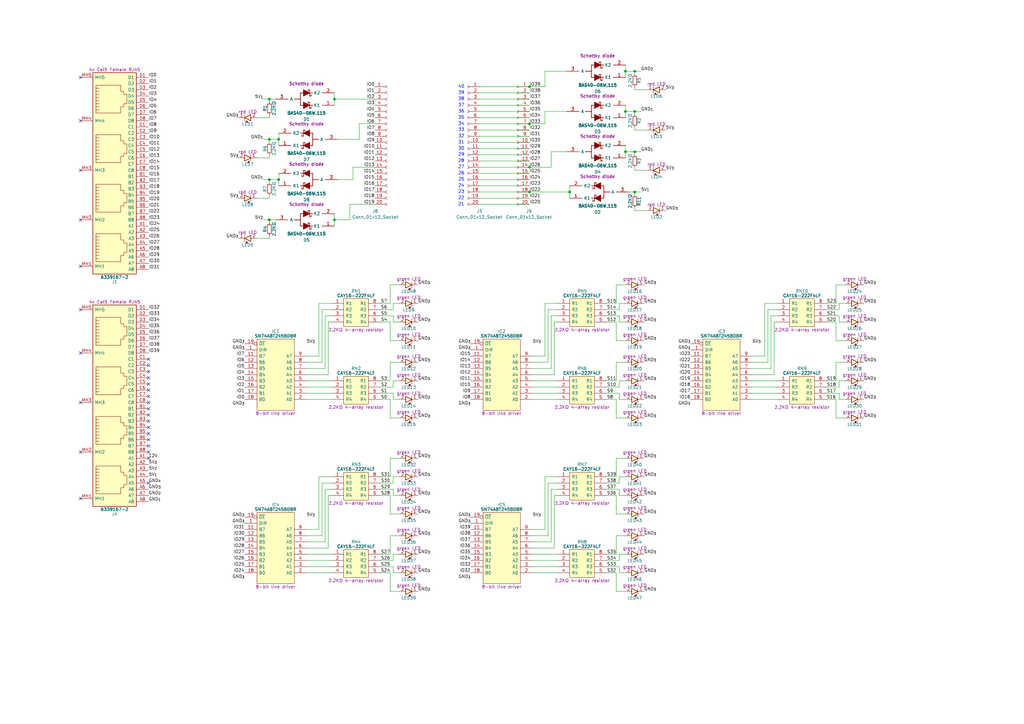
<source format=kicad_sch>
(kicad_sch (version 20250114) (generator "eeschema") (generator_version "9.0")
  (paper "A3")
  (title_block (title "HCP65 Component Tester") (date "2025-02-08") (rev "V0"))
  (text "28" (at 190.5 66.04 0) (effects (font (size 1.27 1.27)) (justify right)))
  (text "40" (at 190.5 35.56 0) (effects (font (size 1.27 1.27)) (justify right)))
  (text "21" (at 190.5 83.82 0) (effects (font (size 1.27 1.27)) (justify right)))
  (text "32" (at 190.5 55.88 0) (effects (font (size 1.27 1.27)) (justify right)))
  (text "37" (at 190.5 43.18 0) (effects (font (size 1.27 1.27)) (justify right)))
  (text "36" (at 190.5 45.72 0) (effects (font (size 1.27 1.27)) (justify right)))
  (text "23" (at 190.5 78.74 0) (effects (font (size 1.27 1.27)) (justify right)))
  (text "33" (at 190.5 53.34 0) (effects (font (size 1.27 1.27)) (justify right)))
  (text "39" (at 190.5 38.1 0) (effects (font (size 1.27 1.27)) (justify right)))
  (text "35" (at 190.5 48.26 0) (effects (font (size 1.27 1.27)) (justify right)))
  (text "34" (at 190.5 50.8 0) (effects (font (size 1.27 1.27)) (justify right)))
  (text "26" (at 190.5 71.12 0) (effects (font (size 1.27 1.27)) (justify right)))
  (text "25" (at 190.5 73.66 0) (effects (font (size 1.27 1.27)) (justify right)))
  (text "22" (at 190.5 81.28 0) (effects (font (size 1.27 1.27)) (justify right)))
  (text "38" (at 190.5 40.64 0) (effects (font (size 1.27 1.27)) (justify right)))
  (text "29" (at 190.5 63.5 0) (effects (font (size 1.27 1.27)) (justify right)))
  (text "31" (at 190.5 58.42 0) (effects (font (size 1.27 1.27)) (justify right)))
  (text "24" (at 190.5 76.2 0) (effects (font (size 1.27 1.27)) (justify right)))
  (text "27" (at 190.5 68.58 0) (effects (font (size 1.27 1.27)) (justify right)))
  (text "30" (at 190.5 60.96 0) (effects (font (size 1.27 1.27)) (justify right)))
  (junction (at 217.17 35.56))
  (junction (at 217.17 68.58))
  (junction (at 114.3 57.15))
  (junction (at 110.49 90.17))
  (junction (at 260.35 29.21))
  (junction (at 260.35 78.74))
  (junction (at 137.16 40.64))
  (junction (at 110.49 57.15))
  (junction (at 256.54 29.21))
  (junction (at 137.16 90.17))
  (junction (at 233.68 78.74))
  (junction (at 114.3 73.66))
  (junction (at 256.54 62.23))
  (junction (at 256.54 45.72))
  (junction (at 110.49 40.64))
  (junction (at 217.17 78.74))
  (junction (at 260.35 62.23))
  (junction (at 110.49 73.66))
  (junction (at 217.17 50.8))
  (junction (at 260.35 45.72))
  (no_connect (at 60.96 177.8))
  (no_connect (at 60.96 170.18))
  (no_connect (at 60.96 198.12))
  (no_connect (at 33.02 49.53))
  (no_connect (at 60.96 185.42))
  (no_connect (at 60.96 165.1))
  (no_connect (at 60.96 182.88))
  (no_connect (at 33.02 144.78))
  (no_connect (at 60.96 187.96))
  (no_connect (at 33.02 90.17))
  (no_connect (at 60.96 152.4))
  (no_connect (at 33.02 69.85))
  (no_connect (at 60.96 157.48))
  (no_connect (at 60.96 147.32))
  (no_connect (at 60.96 154.94))
  (no_connect (at 33.02 185.42))
  (no_connect (at 33.02 165.1))
  (no_connect (at 33.02 204.47))
  (no_connect (at 33.02 127))
  (no_connect (at 60.96 162.56))
  (no_connect (at 60.96 160.02))
  (no_connect (at 60.96 175.26))
  (no_connect (at 33.02 31.75))
  (no_connect (at 60.96 172.72))
  (no_connect (at 60.96 180.34))
  (no_connect (at 33.02 109.22))
  (no_connect (at 60.96 167.64))
  (no_connect (at 60.96 149.86))
  (wire (pts (xy 228.6 200.66) (xy 226.06 200.66)))
  (wire (pts (xy 344.17 132.08) (xy 346.71 132.08)))
  (wire (pts (xy 196.85 76.2) (xy 217.17 76.2)))
  (wire (pts (xy 160.02 234.95) (xy 156.21 234.95)))
  (wire (pts (xy 252.73 203.2) (xy 248.92 203.2)))
  (wire (pts (xy 227.33 153.67) (xy 227.33 132.08)))
  (wire (pts (xy 252.73 242.57) (xy 252.73 234.95)))
  (wire (pts (xy 254 132.08) (xy 256.54 132.08)))
  (wire (pts (xy 342.9 156.21) (xy 339.09 156.21)))
  (wire (pts (xy 130.81 146.05) (xy 125.73 146.05)))
  (wire (pts (xy 143.51 83.82) (xy 143.51 90.17)))
  (wire (pts (xy 147.32 50.8) (xy 153.67 50.8)))
  (wire (pts (xy 254 229.87) (xy 248.92 229.87)))
  (wire (pts (xy 110.49 48.26) (xy 105.41 48.26)))
  (wire (pts (xy 163.83 139.7) (xy 160.02 139.7)))
  (wire (pts (xy 161.29 132.08) (xy 163.83 132.08)))
  (wire (pts (xy 160.02 163.83) (xy 156.21 163.83)))
  (wire (pts (xy 254 158.75) (xy 248.92 158.75)))
  (wire (pts (xy 226.06 151.13) (xy 218.44 151.13)))
  (wire (pts (xy 228.6 129.54) (xy 226.06 129.54)))
  (wire (pts (xy 125.73 227.33) (xy 135.89 227.33)))
  (wire (pts (xy 218.44 158.75) (xy 228.6 158.75)))
  (wire (pts (xy 256.54 29.21) (xy 256.54 31.75)))
  (wire (pts (xy 344.17 124.46) (xy 344.17 127)))
  (wire (pts (xy 252.73 156.21) (xy 248.92 156.21)))
  (wire (pts (xy 254 156.21) (xy 254 158.75)))
  (wire (pts (xy 134.62 203.2) (xy 135.89 203.2)))
  (wire (pts (xy 161.29 227.33) (xy 161.29 229.87)))
  (wire (pts (xy 133.35 200.66) (xy 133.35 222.25)))
  (wire (pts (xy 132.08 127) (xy 132.08 148.59)))
  (wire (pts (xy 254 129.54) (xy 254 132.08)))
  (wire (pts (xy 223.52 124.46) (xy 223.52 146.05)))
  (wire (pts (xy 342.9 132.08) (xy 339.09 132.08)))
  (wire (pts (xy 256.54 187.96) (xy 252.73 187.96)))
  (wire (pts (xy 160.02 187.96) (xy 160.02 195.58)))
  (wire (pts (xy 223.52 146.05) (xy 218.44 146.05)))
  (wire (pts (xy 156.21 200.66) (xy 161.29 200.66)))
  (wire (pts (xy 156.21 129.54) (xy 161.29 129.54)))
  (wire (pts (xy 260.35 36.83) (xy 265.43 36.83)))
  (wire (pts (xy 252.73 124.46) (xy 248.92 124.46)))
  (wire (pts (xy 316.23 151.13) (xy 308.61 151.13)))
  (wire (pts (xy 137.16 38.1) (xy 137.16 40.64)))
  (wire (pts (xy 110.49 57.15) (xy 110.49 58.42)))
  (wire (pts (xy 233.68 78.74) (xy 233.68 76.2)))
  (wire (pts (xy 110.49 57.15) (xy 107.95 57.15)))
  (wire (pts (xy 160.02 156.21) (xy 156.21 156.21)))
  (wire (pts (xy 161.29 163.83) (xy 163.83 163.83)))
  (wire (pts (xy 196.85 68.58) (xy 217.17 68.58)))
  (wire (pts (xy 344.17 129.54) (xy 344.17 132.08)))
  (wire (pts (xy 163.83 116.84) (xy 160.02 116.84)))
  (wire (pts (xy 218.44 232.41) (xy 228.6 232.41)))
  (wire (pts (xy 110.49 64.77) (xy 105.41 64.77)))
  (wire (pts (xy 254 203.2) (xy 256.54 203.2)))
  (wire (pts (xy 254 195.58) (xy 254 198.12)))
  (wire (pts (xy 161.29 203.2) (xy 163.83 203.2)))
  (wire (pts (xy 256.54 227.33) (xy 254 227.33)))
  (wire (pts (xy 252.73 234.95) (xy 248.92 234.95)))
  (wire (pts (xy 256.54 219.71) (xy 252.73 219.71)))
  (wire (pts (xy 256.54 116.84) (xy 252.73 116.84)))
  (wire (pts (xy 161.29 229.87) (xy 156.21 229.87)))
  (wire (pts (xy 254 161.29) (xy 254 163.83)))
  (wire (pts (xy 308.61 153.67) (xy 317.5 153.67)))
  (wire (pts (xy 260.35 85.09) (xy 260.35 86.36)))
  (wire (pts (xy 137.16 90.17) (xy 137.16 92.71)))
  (wire (pts (xy 228.6 127) (xy 224.79 127)))
  (wire (pts (xy 137.16 40.64) (xy 137.16 43.18)))
  (wire (pts (xy 196.85 83.82) (xy 217.17 83.82)))
  (wire (pts (xy 161.29 234.95) (xy 163.83 234.95)))
  (wire (pts (xy 260.35 68.58) (xy 260.35 69.85)))
  (wire (pts (xy 218.44 161.29) (xy 228.6 161.29)))
  (wire (pts (xy 256.54 45.72) (xy 256.54 43.18)))
  (wire (pts (xy 256.54 195.58) (xy 254 195.58)))
  (wire (pts (xy 133.35 129.54) (xy 133.35 151.13)))
  (wire (pts (xy 316.23 129.54) (xy 316.23 151.13)))
  (wire (pts (xy 256.54 45.72) (xy 256.54 48.26)))
  (wire (pts (xy 248.92 161.29) (xy 254 161.29)))
  (wire (pts (xy 254 227.33) (xy 254 229.87)))
  (wire (pts (xy 317.5 132.08) (xy 318.77 132.08)))
  (wire (pts (xy 132.08 148.59) (xy 125.73 148.59)))
  (wire (pts (xy 233.68 78.74) (xy 233.68 81.28)))
  (wire (pts (xy 313.69 124.46) (xy 313.69 146.05)))
  (wire (pts (xy 161.29 127) (xy 156.21 127)))
  (wire (pts (xy 110.49 81.28) (xy 105.41 81.28)))
  (wire (pts (xy 196.85 63.5) (xy 217.17 63.5)))
  (wire (pts (xy 308.61 156.21) (xy 318.77 156.21)))
  (wire (pts (xy 132.08 198.12) (xy 132.08 219.71)))
  (wire (pts (xy 160.02 227.33) (xy 156.21 227.33)))
  (wire (pts (xy 226.06 68.58) (xy 226.06 62.23)))
  (wire (pts (xy 318.77 129.54) (xy 316.23 129.54)))
  (wire (pts (xy 313.69 146.05) (xy 308.61 146.05)))
  (wire (pts (xy 135.89 124.46) (xy 130.81 124.46)))
  (wire (pts (xy 260.35 45.72) (xy 262.89 45.72)))
  (wire (pts (xy 227.33 224.79) (xy 227.33 203.2)))
  (wire (pts (xy 114.3 73.66) (xy 110.49 73.66)))
  (wire (pts (xy 110.49 40.64) (xy 110.49 41.91)))
  (wire (pts (xy 254 127) (xy 248.92 127)))
  (wire (pts (xy 163.83 148.59) (xy 160.02 148.59)))
  (wire (pts (xy 196.85 55.88) (xy 217.17 55.88)))
  (wire (pts (xy 110.49 97.79) (xy 105.41 97.79)))
  (wire (pts (xy 163.83 210.82) (xy 160.02 210.82)))
  (wire (pts (xy 260.35 45.72) (xy 260.35 46.99)))
  (wire (pts (xy 133.35 222.25) (xy 125.73 222.25)))
  (wire (pts (xy 161.29 195.58) (xy 161.29 198.12)))
  (wire (pts (xy 252.73 171.45) (xy 252.73 163.83)))
  (wire (pts (xy 134.62 153.67) (xy 134.62 132.08)))
  (wire (pts (xy 226.06 62.23) (xy 232.41 62.23)))
  (wire (pts (xy 252.73 163.83) (xy 248.92 163.83)))
  (wire (pts (xy 260.35 62.23) (xy 260.35 63.5)))
  (wire (pts (xy 114.3 57.15) (xy 114.3 59.69)))
  (wire (pts (xy 125.73 232.41) (xy 135.89 232.41)))
  (wire (pts (xy 254 234.95) (xy 256.54 234.95)))
  (wire (pts (xy 228.6 198.12) (xy 224.79 198.12)))
  (wire (pts (xy 256.54 156.21) (xy 254 156.21)))
  (wire (pts (xy 218.44 156.21) (xy 228.6 156.21)))
  (wire (pts (xy 163.83 195.58) (xy 161.29 195.58)))
  (wire (pts (xy 344.17 158.75) (xy 339.09 158.75)))
  (wire (pts (xy 137.16 90.17) (xy 143.51 90.17)))
  (wire (pts (xy 113.03 90.17) (xy 110.49 90.17)))
  (wire (pts (xy 260.35 86.36) (xy 265.43 86.36)))
  (wire (pts (xy 161.29 198.12) (xy 156.21 198.12)))
  (wire (pts (xy 163.83 219.71) (xy 160.02 219.71)))
  (wire (pts (xy 218.44 234.95) (xy 228.6 234.95)))
  (wire (pts (xy 256.54 45.72) (xy 260.35 45.72)))
  (wire (pts (xy 254 200.66) (xy 254 203.2)))
  (wire (pts (xy 196.85 38.1) (xy 217.17 38.1)))
  (wire (pts (xy 114.3 57.15) (xy 114.3 54.61)))
  (wire (pts (xy 125.73 156.21) (xy 135.89 156.21)))
  (wire (pts (xy 223.52 29.21) (xy 232.41 29.21)))
  (wire (pts (xy 218.44 163.83) (xy 228.6 163.83)))
  (wire (pts (xy 256.54 62.23) (xy 256.54 59.69)))
  (wire (pts (xy 308.61 161.29) (xy 318.77 161.29)))
  (wire (pts (xy 254 124.46) (xy 254 127)))
  (wire (pts (xy 248.92 129.54) (xy 254 129.54)))
  (wire (pts (xy 252.73 195.58) (xy 248.92 195.58)))
  (wire (pts (xy 161.29 129.54) (xy 161.29 132.08)))
  (wire (pts (xy 346.71 156.21) (xy 344.17 156.21)))
  (wire (pts (xy 226.06 222.25) (xy 218.44 222.25)))
  (wire (pts (xy 160.02 132.08) (xy 156.21 132.08)))
  (wire (pts (xy 346.71 124.46) (xy 344.17 124.46)))
  (wire (pts (xy 160.02 203.2) (xy 156.21 203.2)))
  (wire (pts (xy 260.35 69.85) (xy 265.43 69.85)))
  (wire (pts (xy 135.89 127) (xy 132.08 127)))
  (wire (pts (xy 196.85 60.96) (xy 217.17 60.96)))
  (wire (pts (xy 161.29 124.46) (xy 161.29 127)))
  (wire (pts (xy 252.73 148.59) (xy 252.73 156.21)))
  (wire (pts (xy 137.16 87.63) (xy 137.16 90.17)))
  (wire (pts (xy 342.9 116.84) (xy 342.9 124.46)))
  (wire (pts (xy 196.85 40.64) (xy 217.17 40.64)))
  (wire (pts (xy 114.3 57.15) (xy 110.49 57.15)))
  (wire (pts (xy 227.33 203.2) (xy 228.6 203.2)))
  (wire (pts (xy 346.71 116.84) (xy 342.9 116.84)))
  (wire (pts (xy 144.78 73.66) (xy 144.78 68.58)))
  (wire (pts (xy 196.85 58.42) (xy 217.17 58.42)))
  (wire (pts (xy 226.06 200.66) (xy 226.06 222.25)))
  (wire (pts (xy 256.54 210.82) (xy 252.73 210.82)))
  (wire (pts (xy 160.02 148.59) (xy 160.02 156.21)))
  (wire (pts (xy 218.44 229.87) (xy 228.6 229.87)))
  (wire (pts (xy 135.89 129.54) (xy 133.35 129.54)))
  (wire (pts (xy 339.09 129.54) (xy 344.17 129.54)))
  (wire (pts (xy 161.29 200.66) (xy 161.29 203.2)))
  (wire (pts (xy 110.49 90.17) (xy 110.49 91.44)))
  (wire (pts (xy 223.52 35.56) (xy 217.17 35.56)))
  (wire (pts (xy 344.17 127) (xy 339.09 127)))
  (wire (pts (xy 346.71 171.45) (xy 342.9 171.45)))
  (wire (pts (xy 156.21 232.41) (xy 161.29 232.41)))
  (wire (pts (xy 342.9 124.46) (xy 339.09 124.46)))
  (wire (pts (xy 196.85 81.28) (xy 217.17 81.28)))
  (wire (pts (xy 217.17 68.58) (xy 226.06 68.58)))
  (wire (pts (xy 134.62 132.08) (xy 135.89 132.08)))
  (wire (pts (xy 228.6 195.58) (xy 223.52 195.58)))
  (wire (pts (xy 318.77 124.46) (xy 313.69 124.46)))
  (wire (pts (xy 314.96 127) (xy 314.96 148.59)))
  (wire (pts (xy 163.83 187.96) (xy 160.02 187.96)))
  (wire (pts (xy 256.54 148.59) (xy 252.73 148.59)))
  (wire (pts (xy 137.16 40.64) (xy 153.67 40.64)))
  (wire (pts (xy 144.78 68.58) (xy 153.67 68.58)))
  (wire (pts (xy 125.73 229.87) (xy 135.89 229.87)))
  (wire (pts (xy 339.09 161.29) (xy 344.17 161.29)))
  (wire (pts (xy 308.61 163.83) (xy 318.77 163.83)))
  (wire (pts (xy 160.02 124.46) (xy 156.21 124.46)))
  (wire (pts (xy 196.85 78.74) (xy 217.17 78.74)))
  (wire (pts (xy 256.54 124.46) (xy 254 124.46)))
  (wire (pts (xy 224.79 219.71) (xy 218.44 219.71)))
  (wire (pts (xy 254 163.83) (xy 256.54 163.83)))
  (wire (pts (xy 260.35 29.21) (xy 262.89 29.21)))
  (wire (pts (xy 260.35 52.07) (xy 260.35 53.34)))
  (wire (pts (xy 228.6 124.46) (xy 223.52 124.46)))
  (wire (pts (xy 110.49 90.17) (xy 107.95 90.17)))
  (wire (pts (xy 163.83 171.45) (xy 160.02 171.45)))
  (wire (pts (xy 147.32 50.8) (xy 147.32 57.15)))
  (wire (pts (xy 196.85 45.72) (xy 217.17 45.72)))
  (wire (pts (xy 308.61 158.75) (xy 318.77 158.75)))
  (wire (pts (xy 346.71 148.59) (xy 342.9 148.59)))
  (wire (pts (xy 260.35 35.56) (xy 260.35 36.83)))
  (wire (pts (xy 110.49 73.66) (xy 107.95 73.66)))
  (wire (pts (xy 110.49 80.01) (xy 110.49 81.28)))
  (wire (pts (xy 256.54 139.7) (xy 252.73 139.7)))
  (wire (pts (xy 160.02 195.58) (xy 156.21 195.58)))
  (wire (pts (xy 163.83 227.33) (xy 161.29 227.33)))
  (wire (pts (xy 342.9 139.7) (xy 342.9 132.08)))
  (wire (pts (xy 344.17 161.29) (xy 344.17 163.83)))
  (wire (pts (xy 224.79 198.12) (xy 224.79 219.71)))
  (wire (pts (xy 163.83 242.57) (xy 160.02 242.57)))
  (wire (pts (xy 130.81 217.17) (xy 125.73 217.17)))
  (wire (pts (xy 252.73 116.84) (xy 252.73 124.46)))
  (wire (pts (xy 156.21 161.29) (xy 161.29 161.29)))
  (wire (pts (xy 125.73 161.29) (xy 135.89 161.29)))
  (wire (pts (xy 254 232.41) (xy 254 234.95)))
  (wire (pts (xy 161.29 161.29) (xy 161.29 163.83)))
  (wire (pts (xy 256.54 171.45) (xy 252.73 171.45)))
  (wire (pts (xy 161.29 156.21) (xy 161.29 158.75)))
  (wire (pts (xy 260.35 78.74) (xy 260.35 80.01)))
  (wire (pts (xy 256.54 29.21) (xy 256.54 26.67)))
  (wire (pts (xy 125.73 153.67) (xy 134.62 153.67)))
  (wire (pts (xy 257.81 78.74) (xy 260.35 78.74)))
  (wire (pts (xy 227.33 132.08) (xy 228.6 132.08)))
  (wire (pts (xy 252.73 227.33) (xy 248.92 227.33)))
  (wire (pts (xy 196.85 53.34) (xy 217.17 53.34)))
  (wire (pts (xy 196.85 50.8) (xy 217.17 50.8)))
  (wire (pts (xy 196.85 66.04) (xy 217.17 66.04)))
  (wire (pts (xy 160.02 116.84) (xy 160.02 124.46)))
  (wire (pts (xy 314.96 148.59) (xy 308.61 148.59)))
  (wire (pts (xy 134.62 224.79) (xy 134.62 203.2)))
  (wire (pts (xy 256.54 242.57) (xy 252.73 242.57)))
  (wire (pts (xy 217.17 78.74) (xy 233.68 78.74)))
  (wire (pts (xy 260.35 29.21) (xy 260.35 30.48)))
  (wire (pts (xy 196.85 73.66) (xy 217.17 73.66)))
  (wire (pts (xy 252.73 219.71) (xy 252.73 227.33)))
  (wire (pts (xy 125.73 234.95) (xy 135.89 234.95)))
  (wire (pts (xy 160.02 219.71) (xy 160.02 227.33)))
  (wire (pts (xy 135.89 198.12) (xy 132.08 198.12)))
  (wire (pts (xy 260.35 62.23) (xy 262.89 62.23)))
  (wire (pts (xy 256.54 62.23) (xy 256.54 64.77)))
  (wire (pts (xy 252.73 139.7) (xy 252.73 132.08)))
  (wire (pts (xy 223.52 29.21) (xy 223.52 35.56)))
  (wire (pts (xy 125.73 158.75) (xy 135.89 158.75)))
  (wire (pts (xy 160.02 210.82) (xy 160.02 203.2)))
  (wire (pts (xy 223.52 50.8) (xy 217.17 50.8)))
  (wire (pts (xy 344.17 163.83) (xy 346.71 163.83)))
  (wire (pts (xy 110.49 63.5) (xy 110.49 64.77)))
  (wire (pts (xy 147.32 57.15) (xy 138.43 57.15)))
  (wire (pts (xy 318.77 127) (xy 314.96 127)))
  (wire (pts (xy 125.73 224.79) (xy 134.62 224.79)))
  (wire (pts (xy 256.54 62.23) (xy 260.35 62.23)))
  (wire (pts (xy 160.02 242.57) (xy 160.02 234.95)))
  (wire (pts (xy 196.85 35.56) (xy 217.17 35.56)))
  (wire (pts (xy 256.54 29.21) (xy 260.35 29.21)))
  (wire (pts (xy 223.52 45.72) (xy 232.41 45.72)))
  (wire (pts (xy 346.71 139.7) (xy 342.9 139.7)))
  (wire (pts (xy 110.49 46.99) (xy 110.49 48.26)))
  (wire (pts (xy 223.52 45.72) (xy 223.52 50.8)))
  (wire (pts (xy 160.02 139.7) (xy 160.02 132.08)))
  (wire (pts (xy 218.44 153.67) (xy 227.33 153.67)))
  (wire (pts (xy 317.5 153.67) (xy 317.5 132.08)))
  (wire (pts (xy 130.81 124.46) (xy 130.81 146.05)))
  (wire (pts (xy 132.08 219.71) (xy 125.73 219.71)))
  (wire (pts (xy 248.92 232.41) (xy 254 232.41)))
  (wire (pts (xy 161.29 232.41) (xy 161.29 234.95)))
  (wire (pts (xy 196.85 71.12) (xy 217.17 71.12)))
  (wire (pts (xy 196.85 43.18) (xy 217.17 43.18)))
  (wire (pts (xy 161.29 158.75) (xy 156.21 158.75)))
  (wire (pts (xy 110.49 96.52) (xy 110.49 97.79)))
  (wire (pts (xy 254 198.12) (xy 248.92 198.12)))
  (wire (pts (xy 226.06 129.54) (xy 226.06 151.13)))
  (wire (pts (xy 260.35 78.74) (xy 262.89 78.74)))
  (wire (pts (xy 163.83 156.21) (xy 161.29 156.21)))
  (wire (pts (xy 252.73 187.96) (xy 252.73 195.58)))
  (wire (pts (xy 224.79 148.59) (xy 218.44 148.59)))
  (wire (pts (xy 196.85 48.26) (xy 217.17 48.26)))
  (wire (pts (xy 133.35 151.13) (xy 125.73 151.13)))
  (wire (pts (xy 114.3 73.66) (xy 114.3 76.2)))
  (wire (pts (xy 160.02 171.45) (xy 160.02 163.83)))
  (wire (pts (xy 110.49 40.64) (xy 107.95 40.64)))
  (wire (pts (xy 143.51 83.82) (xy 153.67 83.82)))
  (wire (pts (xy 342.9 163.83) (xy 339.09 163.83)))
  (wire (pts (xy 163.83 124.46) (xy 161.29 124.46)))
  (wire (pts (xy 218.44 227.33) (xy 228.6 227.33)))
  (wire (pts (xy 135.89 200.66) (xy 133.35 200.66)))
  (wire (pts (xy 135.89 195.58) (xy 130.81 195.58)))
  (wire (pts (xy 342.9 171.45) (xy 342.9 163.83)))
  (wire (pts (xy 130.81 195.58) (xy 130.81 217.17)))
  (wire (pts (xy 252.73 132.08) (xy 248.92 132.08)))
  (wire (pts (xy 223.52 217.17) (xy 218.44 217.17)))
  (wire (pts (xy 252.73 210.82) (xy 252.73 203.2)))
  (wire (pts (xy 113.03 40.64) (xy 110.49 40.64)))
  (wire (pts (xy 224.79 127) (xy 224.79 148.59)))
  (wire (pts (xy 342.9 148.59) (xy 342.9 156.21)))
  (wire (pts (xy 223.52 195.58) (xy 223.52 217.17)))
  (wire (pts (xy 248.92 200.66) (xy 254 200.66)))
  (wire (pts (xy 125.73 163.83) (xy 135.89 163.83)))
  (wire (pts (xy 260.35 53.34) (xy 265.43 53.34)))
  (wire (pts (xy 110.49 73.66) (xy 110.49 74.93)))
  (wire (pts (xy 218.44 224.79) (xy 227.33 224.79)))
  (wire (pts (xy 344.17 156.21) (xy 344.17 158.75)))
  (wire (pts (xy 144.78 73.66) (xy 138.43 73.66)))
  (wire (pts (xy 114.3 73.66) (xy 114.3 71.12)))
  (label "GND_{3}" (at 354.33 156.21 0))
  (label "GND_{1}" (at 262.89 45.72 0))
  (label "S6" (at 156.21 127 0))
  (label "S12" (at 248.92 132.08 0))
  (label "S17" (at 339.09 161.29 0))
  (label "5V_{3}" (at 218.44 140.97 0))
  (label "GND_{3}" (at 193.04 140.97 180))
  (label "IO13" (at 153.67 68.58 180))
  (label "GND_{3}" (at 264.16 139.7 0))
  (label "IO5" (at 60.96 44.45 0))
  (label "S19" (at 339.09 156.21 0))
  (label "GND_{3}" (at 171.45 132.08 0))
  (label "GND_{3}" (at 171.45 156.21 0))
  (label "GND_{3}" (at 264.16 163.83 0))
  (label "IO29" (at 60.96 105.41 0))
  (label "S15" (at 248.92 124.46 0))
  (label "GND_{3}" (at 171.45 163.83 0))
  (label "IO9" (at 153.67 58.42 180))
  (label "S34" (at 248.92 229.87 0))
  (label "IO4" (at 60.96 41.91 0))
  (label "IO33" (at 217.17 50.8 0))
  (label "IO1" (at 153.67 38.1 180))
  (label "IO2" (at 153.67 40.64 180))
  (label "IO34" (at 60.96 132.08 0))
  (label "IO12" (at 60.96 62.23 0))
  (label "GND_{3}" (at 264.16 156.21 0))
  (label "IO17" (at 60.96 74.93 0))
  (label "5V_{1}" (at 107.95 40.64 180))
  (label "IO8" (at 153.67 55.88 180))
  (label "GND_{3}" (at 171.45 124.46 0))
  (label "GND_{3}" (at 354.33 148.59 0))
  (label "GND_{3}" (at 354.33 116.84 0))
  (label "IO23" (at 283.21 146.05 180))
  (label "IO19" (at 283.21 156.21 180))
  (label "5V_{3}" (at 273.05 69.85 0))
  (label "GND_{3}" (at 283.21 143.51 180))
  (label "GND_{3}" (at 264.16 132.08 0))
  (label "IO3" (at 153.67 43.18 180))
  (label "S7" (at 156.21 124.46 0))
  (label "IO10" (at 153.67 60.96 180))
  (label "GND_{3}" (at 171.45 148.59 0))
  (label "GND_{3}" (at 100.33 166.37 180))
  (label "GND_{3}" (at 171.45 171.45 0))
  (label "IO21" (at 217.17 81.28 0))
  (label "IO28" (at 217.17 63.5 0))
  (label "5V_{3}" (at 97.79 64.77 180))
  (label "IO15" (at 193.04 146.05 180))
  (label "GND_{3}" (at 283.21 166.37 180))
  (label "IO26" (at 60.96 97.79 0))
  (label "IO11" (at 60.96 59.69 0))
  (label "5V_{1}" (at 60.96 195.58 0))
  (label "S0" (at 156.21 163.83 0))
  (label "5V_{3}" (at 308.61 140.97 0))
  (label "IO38" (at 217.17 38.1 0))
  (label "GND_{3}" (at 171.45 139.7 0))
  (label "IO32" (at 60.96 127 0))
  (label "GND_{3}" (at 100.33 212.09 180))
  (label "IO27" (at 100.33 227.33 180))
  (label "IO30" (at 100.33 219.71 180))
  (label "5V_{1}" (at 262.89 78.74 0))
  (label "IO4" (at 100.33 153.67 180))
  (label "IO23" (at 60.96 90.17 0))
  (label "GND_{3}" (at 193.04 237.49 180))
  (label "GND_{3}" (at 273.05 86.36 0))
  (label "IO35" (at 193.04 227.33 180))
  (label "GND_{4}" (at 60.96 198.12 0))
  (label "GND_{3}" (at 354.33 171.45 0))
  (label "IO29" (at 100.33 222.25 180))
  (label "IO30" (at 217.17 58.42 0))
  (label "IO13" (at 193.04 151.13 180))
  (label "GND_{3}" (at 264.16 171.45 0))
  (label "IO25" (at 100.33 232.41 180))
  (label "IO37" (at 60.96 139.7 0))
  (label "IO22" (at 217.17 78.74 0))
  (label "GND_{3}" (at 264.16 195.58 0))
  (label "IO23" (at 217.17 76.2 0))
  (label "S27" (at 156.21 227.33 0))
  (label "IO18" (at 153.67 81.28 180))
  (label "IO28" (at 60.96 102.87 0))
  (label "S35" (at 248.92 227.33 0))
  (label "5V_{2}" (at 60.96 193.04 0))
  (label "S28" (at 156.21 203.2 0))
  (label "IO3" (at 100.33 156.21 180))
  (label "IO0" (at 100.33 163.83 180))
  (label "5V_{2}" (at 107.95 90.17 180))
  (label "IO13" (at 60.96 64.77 0))
  (label "IO10" (at 193.04 158.75 180))
  (label "IO24" (at 100.33 234.95 180))
  (label "GND_{1}" (at 107.95 73.66 180))
  (label "IO27" (at 60.96 100.33 0))
  (label "IO14" (at 153.67 71.12 180))
  (label "GND_{3}" (at 171.45 187.96 0))
  (label "IO21" (at 60.96 85.09 0))
  (label "GND_{1}" (at 262.89 62.23 0))
  (label "GND_{3}" (at 100.33 214.63 180))
  (label "S30" (at 156.21 198.12 0))
  (label "GND_{3}" (at 354.33 139.7 0))
  (label "IO8" (at 193.04 163.83 180))
  (label "GND_{3}" (at 264.16 116.84 0))
  (label "GND_{3}" (at 283.21 140.97 180))
  (label "IO19" (at 60.96 80.01 0))
  (label "S20" (at 339.09 132.08 0))
  (label "GND_{3}" (at 97.79 48.26 180))
  (label "IO27" (at 217.17 66.04 0))
  (label "S37" (at 248.92 200.66 0))
  (label "IO17" (at 283.21 161.29 180))
  (label "S24" (at 156.21 234.95 0))
  (label "S13" (at 248.92 129.54 0))
  (label "S26" (at 156.21 229.87 0))
  (label "S16" (at 339.09 163.83 0))
  (label "S11" (at 248.92 156.21 0))
  (label "GND_{3}" (at 60.96 200.66 0))
  (label "GND_{3}" (at 100.33 237.49 180))
  (label "GND_{3}" (at 97.79 97.79 180))
  (label "GND_{3}" (at 100.33 140.97 180))
  (label "IO11" (at 153.67 63.5 180))
  (label "GND_{3}" (at 193.04 212.09 180))
  (label "IO29" (at 217.17 60.96 0))
  (label "IO34" (at 217.17 48.26 0))
  (label "IO7" (at 100.33 146.05 180))
  (label "IO0" (at 60.96 31.75 0))
  (label "GND_{3}" (at 193.04 166.37 180))
  (label "5V_{3}" (at 273.05 53.34 0))
  (label "GND_{3}" (at 171.45 219.71 0))
  (label "IO32" (at 193.04 234.95 180))
  (label "GND_{3}" (at 264.16 124.46 0))
  (label "IO9" (at 193.04 161.29 180))
  (label "IO25" (at 60.96 95.25 0))
  (label "IO26" (at 100.33 229.87 180))
  (label "S8" (at 248.92 163.83 0))
  (label "GND_{3}" (at 171.45 242.57 0))
  (label "IO30" (at 60.96 107.95 0))
  (label "S25" (at 156.21 232.41 0))
  (label "S14" (at 248.92 127 0))
  (label "IO38" (at 60.96 142.24 0))
  (label "GND_{3}" (at 264.16 227.33 0))
  (label "IO6" (at 100.33 148.59 180))
  (label "IO12" (at 193.04 153.67 180))
  (label "S18" (at 339.09 158.75 0))
  (label "IO8" (at 60.96 52.07 0))
  (label "IO32" (at 217.17 53.34 0))
  (label "IO11" (at 193.04 156.21 180))
  (label "IO22" (at 60.96 87.63 0))
  (label "IO12" (at 153.67 66.04 180))
  (label "S3" (at 156.21 156.21 0))
  (label "IO15" (at 60.96 69.85 0))
  (label "GND_{1}" (at 107.95 57.15 180))
  (label "GND_{3}" (at 354.33 124.46 0))
  (label "IO15" (at 153.67 73.66 180))
  (label "IO7" (at 153.67 53.34 180))
  (label "S21" (at 339.09 129.54 0))
  (label "IO37" (at 217.17 40.64 0))
  (label "IO39" (at 217.17 35.56 0))
  (label "IO2" (at 100.33 158.75 180))
  (label "S38" (at 248.92 198.12 0))
  (label "IO22" (at 283.21 148.59 180))
  (label "IO7" (at 60.96 49.53 0))
  (label "GND_{3}" (at 264.16 219.71 0))
  (label "12V" (at 60.96 187.96 0))
  (label "IO1" (at 100.33 161.29 180))
  (label "IO3" (at 60.96 39.37 0))
  (label "IO31" (at 217.17 55.88 0))
  (label "IO28" (at 100.33 224.79 180))
  (label "GND_{3}" (at 264.16 203.2 0))
  (label "5V_{3}" (at 273.05 36.83 0))
  (label "S9" (at 248.92 161.29 0))
  (label "IO24" (at 217.17 73.66 0))
  (label "GND_{1}" (at 60.96 205.74 0))
  (label "S31" (at 156.21 195.58 0))
  (label "GND_{3}" (at 264.16 242.57 0))
  (label "IO6" (at 60.96 46.99 0))
  (label "5V_{3}" (at 218.44 212.09 0))
  (label "IO39" (at 193.04 217.17 180))
  (label "GND_{3}" (at 264.16 148.59 0))
  (label "IO24" (at 60.96 92.71 0))
  (label "IO20" (at 60.96 82.55 0))
  (label "IO25" (at 217.17 71.12 0))
  (label "IO33" (at 193.04 232.41 180))
  (label "IO35" (at 60.96 134.62 0))
  (label "GND_{3}" (at 264.16 210.82 0))
  (label "IO0" (at 153.67 35.56 180))
  (label "S10" (at 248.92 158.75 0))
  (label "GND_{3}" (at 171.45 227.33 0))
  (label "S2" (at 156.21 158.75 0))
  (label "GND_{2}" (at 60.96 203.2 0))
  (label "S4" (at 156.21 132.08 0))
  (label "S1" (at 156.21 161.29 0))
  (label "S33" (at 248.92 232.41 0))
  (label "GND_{3}" (at 171.45 116.84 0))
  (label "GND_{3}" (at 171.45 195.58 0))
  (label "IO31" (at 60.96 110.49 0))
  (label "IO34" (at 193.04 229.87 180))
  (label "S32" (at 248.92 234.95 0))
  (label "IO5" (at 100.33 151.13 180))
  (label "GND_{2}" (at 262.89 29.21 0))
  (label "IO17" (at 153.67 78.74 180))
  (label "IO39" (at 60.96 144.78 0))
  (label "IO21" (at 283.21 151.13 180))
  (label "IO33" (at 60.96 129.54 0))
  (label "IO9" (at 60.96 54.61 0))
  (label "IO1" (at 60.96 34.29 0))
  (label "IO18" (at 283.21 158.75 180))
  (label "IO6" (at 153.67 50.8 180))
  (label "IO2" (at 60.96 36.83 0))
  (label "S39" (at 248.92 195.58 0))
  (label "GND_{3}" (at 171.45 203.2 0))
  (label "GND_{3}" (at 100.33 143.51 180))
  (label "IO31" (at 100.33 217.17 180))
  (label "IO19" (at 153.67 83.82 180))
  (label "IO38" (at 193.04 219.71 180))
  (label "GND_{3}" (at 193.04 143.51 180))
  (label "IO20" (at 217.17 83.82 0))
  (label "IO4" (at 153.67 45.72 180))
  (label "S5" (at 156.21 129.54 0))
  (label "S23" (at 339.09 124.46 0))
  (label "IO20" (at 283.21 153.67 180))
  (label "5V_{3}" (at 125.73 212.09 0))
  (label "5V_{3}" (at 60.96 190.5 0))
  (label "IO14" (at 193.04 148.59 180))
  (label "S29" (at 156.21 200.66 0))
  (label "GND_{3}" (at 264.16 187.96 0))
  (label "IO36" (at 193.04 224.79 180))
  (label "IO16" (at 153.67 76.2 180))
  (label "GND_{3}" (at 171.45 210.82 0))
  (label "IO18" (at 60.96 77.47 0))
  (label "IO5" (at 153.67 48.26 180))
  (label "IO35" (at 217.17 45.72 0))
  (label "5V_{3}" (at 97.79 81.28 180))
  (label "GND_{3}" (at 193.04 214.63 180))
  (label "S36" (at 248.92 203.2 0))
  (label "IO10" (at 60.96 57.15 0))
  (label "5V_{3}" (at 125.73 140.97 0))
  (label "GND_{3}" (at 264.16 234.95 0))
  (label "GND_{3}" (at 354.33 132.08 0))
  (label "IO36" (at 217.17 43.18 0))
  (label "S22" (at 339.09 127 0))
  (label "IO16" (at 60.96 72.39 0))
  (label "IO37" (at 193.04 222.25 180))
  (label "IO36" (at 60.96 137.16 0))
  (label "GND_{3}" (at 354.33 163.83 0))
  (label "IO14" (at 60.96 67.31 0))
  (label "IO16" (at 283.21 163.83 180))
  (label "IO26" (at 217.17 68.58 0))
  (label "GND_{3}" (at 171.45 234.95 0))
  (symbol (lib_id "Bourns:CAY16-222F4LF") (at 135.89 156.21 0) (unit 1)
    (property "Reference" "RN2" (at 146.05 151.13 0))
    (property "Value" "CAY16-222F4LF" (at 146.05 153.035 0) (effects (font (bold yes))))
    (property "Footprint" "SamacSys_Parts:CAY16-J4" (effects (hide yes)))
    (property "Datasheet" "https://www.bourns.com/pdfs/CATCAY.pdf" (effects (hide yes)))
    (property "Description" "2.2KΩ 4-array resistor" (at 146.05 167.005 0))
    (property "Manufacturer_Name" "Bourns" (effects (hide yes)))
    (property "Manufacturer_Part_Number" "CAY16-222F4LF\n" (effects (hide yes)))
    (property "Mouser Part Number" "652-CAY16-2201F4LF" (effects (hide yes)))
    (property "Mouser Price/Stock" "https://www.mouser.co.uk/ProductDetail/Bourns/CAY16-472J4LF?qs=vjljXApjgZXDWSqaYW6%252BOA%3D%3D" (effects (hide yes)))
    (property "Silkscreen" "2.2KΩ" (effects (hide yes)))
    (property "Garbage" "Bourns CAY16 Series 2.2k +/-5% Isolated SMT Resistor Array, 4 Resistors, 0.25W total 1206 (3216M) package Convex" (effects (hide yes)))
  )
  (symbol (lib_id "Wurth_Elektronik:150224VS73100A") (at 350.52 171.45 180) (unit 1)
    (property "Reference" "LED31" (at 350.52 173.355 0) (effects (justify bottom)))
    (property "Value" "150224VS73100A" (effects (hide yes)))
    (property "Footprint" "SamacSys_Parts:150224VS73100A" (effects (hide yes)))
    (property "Datasheet" "https://www.we-online.com/katalog/datasheet/150224VS73100A.pdf" (effects (hide yes)))
    (property "Description" "green LED" (at 350.52 168.275 0) (effects (justify bottom)))
    (property "Height" "1.41" (effects (hide yes)))
    (property "Manufacturer_Name" "Wurth Elektronik" (effects (hide yes)))
    (property "Manufacturer_Part_Number" "150224VS73100A" (effects (hide yes)))
    (property "Mouser Part Number" "710-150224VS73100A" (effects (hide yes)))
    (property "Mouser Price/Stock" "https://www.mouser.co.uk/ProductDetail/Wurth-Elektronik/150224VS73100A?qs=8Aam6%252B7C6HG2%2FfdOsQ%2FdNg%3D%3D" (effects (hide yes)))
    (property "Silkscreen" "grn" (effects (hide yes)))
    (property "Garbage" "Green LED" (effects (hide yes)))
  )
  (symbol (lib_id "Wurth_Elektronik:150224VS73100A") (at 260.35 195.58 180) (unit 1)
    (property "Reference" "LED41" (at 260.35 197.485 0) (effects (justify bottom)))
    (property "Value" "150224VS73100A" (effects (hide yes)))
    (property "Footprint" "SamacSys_Parts:150224VS73100A" (effects (hide yes)))
    (property "Datasheet" "https://www.we-online.com/katalog/datasheet/150224VS73100A.pdf" (effects (hide yes)))
    (property "Description" "green LED" (at 260.35 192.405 0) (effects (justify bottom)))
    (property "Height" "1.41" (effects (hide yes)))
    (property "Manufacturer_Name" "Wurth Elektronik" (effects (hide yes)))
    (property "Manufacturer_Part_Number" "150224VS73100A" (effects (hide yes)))
    (property "Mouser Part Number" "710-150224VS73100A" (effects (hide yes)))
    (property "Mouser Price/Stock" "https://www.mouser.co.uk/ProductDetail/Wurth-Elektronik/150224VS73100A?qs=8Aam6%252B7C6HG2%2FfdOsQ%2FdNg%3D%3D" (effects (hide yes)))
    (property "Silkscreen" "grn" (effects (hide yes)))
    (property "Garbage" "Green LED" (effects (hide yes)))
  )
  (symbol (lib_id "HCP65:R_0805") (at 260.35 46.99 270) (unit 1)
    (property "Reference" "R2" (at 262.128 49.53 0))
    (property "Value" "2.2KΩ" (at 258.445 49.53 0))
    (property "Footprint" "SamacSys_Parts:R_0805" (effects (hide yes)))
  )
  (symbol (lib_id "Wurth_Elektronik:150224VS73100A") (at 350.52 132.08 180) (unit 1)
    (property "Reference" "LED26" (at 350.52 133.985 0) (effects (justify bottom)))
    (property "Value" "150224VS73100A" (effects (hide yes)))
    (property "Footprint" "SamacSys_Parts:150224VS73100A" (effects (hide yes)))
    (property "Datasheet" "https://www.we-online.com/katalog/datasheet/150224VS73100A.pdf" (effects (hide yes)))
    (property "Description" "green LED" (at 350.52 128.905 0) (effects (justify bottom)))
    (property "Height" "1.41" (effects (hide yes)))
    (property "Manufacturer_Name" "Wurth Elektronik" (effects (hide yes)))
    (property "Manufacturer_Part_Number" "150224VS73100A" (effects (hide yes)))
    (property "Mouser Part Number" "710-150224VS73100A" (effects (hide yes)))
    (property "Mouser Price/Stock" "https://www.mouser.co.uk/ProductDetail/Wurth-Elektronik/150224VS73100A?qs=8Aam6%252B7C6HG2%2FfdOsQ%2FdNg%3D%3D" (effects (hide yes)))
    (property "Silkscreen" "grn" (effects (hide yes)))
    (property "Garbage" "Green LED" (effects (hide yes)))
  )
  (symbol (lib_id "Wurth_Elektronik:150224VS73100A") (at 350.52 163.83 180) (unit 1)
    (property "Reference" "LED30" (at 350.52 165.735 0) (effects (justify bottom)))
    (property "Value" "150224VS73100A" (effects (hide yes)))
    (property "Footprint" "SamacSys_Parts:150224VS73100A" (effects (hide yes)))
    (property "Datasheet" "https://www.we-online.com/katalog/datasheet/150224VS73100A.pdf" (effects (hide yes)))
    (property "Description" "green LED" (at 350.52 160.655 0) (effects (justify bottom)))
    (property "Height" "1.41" (effects (hide yes)))
    (property "Manufacturer_Name" "Wurth Elektronik" (effects (hide yes)))
    (property "Manufacturer_Part_Number" "150224VS73100A" (effects (hide yes)))
    (property "Mouser Part Number" "710-150224VS73100A" (effects (hide yes)))
    (property "Mouser Price/Stock" "https://www.mouser.co.uk/ProductDetail/Wurth-Elektronik/150224VS73100A?qs=8Aam6%252B7C6HG2%2FfdOsQ%2FdNg%3D%3D" (effects (hide yes)))
    (property "Silkscreen" "grn" (effects (hide yes)))
    (property "Garbage" "Green LED" (effects (hide yes)))
  )
  (symbol (lib_id "Wurth_Elektronik:150224VS73100A") (at 167.64 139.7 180) (unit 1)
    (property "Reference" "LED11" (at 167.64 141.605 0) (effects (justify bottom)))
    (property "Value" "150224VS73100A" (effects (hide yes)))
    (property "Footprint" "SamacSys_Parts:150224VS73100A" (effects (hide yes)))
    (property "Datasheet" "https://www.we-online.com/katalog/datasheet/150224VS73100A.pdf" (effects (hide yes)))
    (property "Description" "green LED" (at 167.64 136.525 0) (effects (justify bottom)))
    (property "Height" "1.41" (effects (hide yes)))
    (property "Manufacturer_Name" "Wurth Elektronik" (effects (hide yes)))
    (property "Manufacturer_Part_Number" "150224VS73100A" (effects (hide yes)))
    (property "Mouser Part Number" "710-150224VS73100A" (effects (hide yes)))
    (property "Mouser Price/Stock" "https://www.mouser.co.uk/ProductDetail/Wurth-Elektronik/150224VS73100A?qs=8Aam6%252B7C6HG2%2FfdOsQ%2FdNg%3D%3D" (effects (hide yes)))
    (property "Silkscreen" "grn" (effects (hide yes)))
    (property "Garbage" "Green LED" (effects (hide yes)))
  )
  (symbol (lib_id "Bourns:CAY16-222F4LF") (at 228.6 156.21 0) (unit 1)
    (property "Reference" "RN6" (at 238.76 151.13 0))
    (property "Value" "CAY16-222F4LF" (at 238.76 153.035 0) (effects (font (bold yes))))
    (property "Footprint" "SamacSys_Parts:CAY16-J4" (effects (hide yes)))
    (property "Datasheet" "https://www.bourns.com/pdfs/CATCAY.pdf" (effects (hide yes)))
    (property "Description" "2.2KΩ 4-array resistor" (at 238.76 167.005 0))
    (property "Manufacturer_Name" "Bourns" (effects (hide yes)))
    (property "Manufacturer_Part_Number" "CAY16-222F4LF\n" (effects (hide yes)))
    (property "Mouser Part Number" "652-CAY16-2201F4LF" (effects (hide yes)))
    (property "Mouser Price/Stock" "https://www.mouser.co.uk/ProductDetail/Bourns/CAY16-472J4LF?qs=vjljXApjgZXDWSqaYW6%252BOA%3D%3D" (effects (hide yes)))
    (property "Silkscreen" "2.2KΩ" (effects (hide yes)))
    (property "Garbage" "Bourns CAY16 Series 2.2k +/-5% Isolated SMT Resistor Array, 4 Resistors, 0.25W total 1206 (3216M) package Convex" (effects (hide yes)))
  )
  (symbol (lib_id "HCP65:R_0805") (at 260.35 30.48 270) (unit 1)
    (property "Reference" "R5" (at 262.128 33.02 0))
    (property "Value" "2.2KΩ" (at 258.445 33.02 0))
    (property "Footprint" "SamacSys_Parts:R_0805" (effects (hide yes)))
  )
  (symbol (lib_id "Wurth_Elektronik:150224VS73100A") (at 167.64 163.83 180) (unit 1)
    (property "Reference" "LED14" (at 167.64 165.735 0) (effects (justify bottom)))
    (property "Value" "150224VS73100A" (effects (hide yes)))
    (property "Footprint" "SamacSys_Parts:150224VS73100A" (effects (hide yes)))
    (property "Datasheet" "https://www.we-online.com/katalog/datasheet/150224VS73100A.pdf" (effects (hide yes)))
    (property "Description" "green LED" (at 167.64 160.655 0) (effects (justify bottom)))
    (property "Height" "1.41" (effects (hide yes)))
    (property "Manufacturer_Name" "Wurth Elektronik" (effects (hide yes)))
    (property "Manufacturer_Part_Number" "150224VS73100A" (effects (hide yes)))
    (property "Mouser Part Number" "710-150224VS73100A" (effects (hide yes)))
    (property "Mouser Price/Stock" "https://www.mouser.co.uk/ProductDetail/Wurth-Elektronik/150224VS73100A?qs=8Aam6%252B7C6HG2%2FfdOsQ%2FdNg%3D%3D" (effects (hide yes)))
    (property "Silkscreen" "grn" (effects (hide yes)))
    (property "Garbage" "Green LED" (effects (hide yes)))
  )
  (symbol (lib_id "Wurth_Elektronik:150224SS73100") (at 269.24 53.34 0) (mirror x) (unit 1)
    (property "Reference" "LED3" (at 269.24 55.245 0) (effects (justify bottom)))
    (property "Value" "150224SS73100" (effects (hide yes)))
    (property "Footprint" "SamacSys_Parts:150224SS73100A" (effects (hide yes)))
    (property "Datasheet" "http://www.farnell.com/datasheets/2301711.pdf" (effects (hide yes)))
    (property "Description" "red LED" (at 269.24 50.165 0) (effects (justify bottom)))
    (property "Height" "1.31" (effects (hide yes)))
    (property "Manufacturer_Name" "Wurth Elektronik" (effects (hide yes)))
    (property "Silkscreen" "red" (effects (hide yes)))
    (property "Manufacturer_Part_Number" "150224SS73100" (effects (hide yes)))
    (property "Mouser Part Number" "710-150224SS73100" (effects (hide yes)))
    (property "Mouser Price/Stock" "https://www.mouser.co.uk/ProductDetail/Wurth-Elektronik/150224SS73100?qs=5aG0NVq1C4xYrTr%2FIVl59g%3D%3D" (effects (hide yes)))
    (property "Garbage" "Red LED" (effects (hide yes)))
  )
  (symbol (lib_id "Texas_Instruments:SN74ABT245BDBR") (at 193.04 140.97 0) (unit 1)
    (property "Reference" "IC2" (at 205.74 135.89 0))
    (property "Value" "SN74ABT245BDBR" (at 205.74 137.795 0) (effects (font (bold yes))))
    (property "Footprint" "SamacSys_Parts:SOP65P780X200-20N" (effects (hide yes)))
    (property "Datasheet" "http://www.ti.com/lit/gpn/sn74abt245b" (effects (hide yes)))
    (property "Description" "8-bit line driver" (at 205.74 169.545 0))
    (property "Height" "2" (effects (hide yes)))
    (property "Manufacturer_Name" "Texas Instruments" (effects (hide yes)))
    (property "Manufacturer_Part_Number" "SN74ABT245BDBR" (effects (hide yes)))
    (property "Mouser Part Number" "595-SN74ABT245BDBR" (effects (hide yes)))
    (property "Mouser Price/Stock" "https://www.mouser.co.uk/ProductDetail/Texas-Instruments/SN74ABT245BDBR?qs=5nGYs9Do7G0kvriH65mtcg%3D%3D" (effects (hide yes)))
    (property "Silkscreen" "74ABT245" (effects (hide yes)))
  )
  (symbol (lib_id "TE_Connectivity:6339167-2") (at 60.96 110.49 0) (mirror x) (unit 1)
    (property "Reference" "J1" (at 46.99 115.57 0))
    (property "Value" "6339167-2" (at 46.99 113.665 0) (effects (font (bold yes))))
    (property "Footprint" "SamacSys_Parts:63391672" (effects (hide yes)))
    (property "Datasheet" "https://www.te.com/commerce/DocumentDelivery/DDEController?Action=srchrtrv&DocNm=6339167&DocType=Customer+Drawing&DocLang=English" (effects (hide yes)))
    (property "Description" "4x Cat5 Female RJ45" (at 46.99 28.575 0))
    (property "Description_1" "Body Features: Shield Plating Material Tin over Nickel | Modular Jack Latch Orientation Standard - Latch Down | Shield Material Copper Alloy | Connector Profile Standard | PCB Ground Tab Location 4.57 MM | PCB Ground Tab Location .18 INCH | Configuration Features: Connector Contact Density Standard | Number of Panel Ground Tabs 15 | Number of Loaded Positions 8 | Status Light Type Not Illuminated | Multiple Port Configuration Ganged | Number of PCB Ground Tabs 5 | PCB Mount Orientation Right Angle | Number " (effects (hide yes)))
    (property "Height" "16.1" (effects (hide yes)))
    (property "Manufacturer_Name" "TE Connectivity" (effects (hide yes)))
    (property "Manufacturer_Part_Number" "6339167-2" (effects (hide yes)))
    (property "Mouser Part Number" "571-6339167-2" (effects (hide yes)))
    (property "Mouser Price/Stock" "https://www.mouser.co.uk/ProductDetail/TE-Connectivity-Alcoswitch/6339167-2?qs=Il0cmQ4mt8LMMudP2tjy4A%3D%3D" (effects (hide yes)))
    (property "Arrow Part Number" "6339167-2" (effects (hide yes)))
    (property "Arrow Price/Stock" "https://www.arrow.com/en/products/6339167-2/te-connectivity?region=nac" (effects (hide yes)))
  )
  (symbol (lib_id "HCP65:R_0805") (at 260.35 63.5 270) (unit 1)
    (property "Reference" "R3" (at 262.128 66.04 0))
    (property "Value" "2.2KΩ" (at 258.445 66.04 0))
    (property "Footprint" "SamacSys_Parts:R_0805" (effects (hide yes)))
  )
  (symbol (lib_id "Wurth_Elektronik:150224VS73100A") (at 260.35 210.82 180) (unit 1)
    (property "Reference" "LED43" (at 260.35 212.725 0) (effects (justify bottom)))
    (property "Value" "150224VS73100A" (effects (hide yes)))
    (property "Footprint" "SamacSys_Parts:150224VS73100A" (effects (hide yes)))
    (property "Datasheet" "https://www.we-online.com/katalog/datasheet/150224VS73100A.pdf" (effects (hide yes)))
    (property "Description" "green LED" (at 260.35 207.645 0) (effects (justify bottom)))
    (property "Height" "1.41" (effects (hide yes)))
    (property "Manufacturer_Name" "Wurth Elektronik" (effects (hide yes)))
    (property "Manufacturer_Part_Number" "150224VS73100A" (effects (hide yes)))
    (property "Mouser Part Number" "710-150224VS73100A" (effects (hide yes)))
    (property "Mouser Price/Stock" "https://www.mouser.co.uk/ProductDetail/Wurth-Elektronik/150224VS73100A?qs=8Aam6%252B7C6HG2%2FfdOsQ%2FdNg%3D%3D" (effects (hide yes)))
    (property "Silkscreen" "grn" (effects (hide yes)))
    (property "Garbage" "Green LED" (effects (hide yes)))
  )
  (symbol (lib_id "HCP65:R_0805") (at 110.49 41.91 90) (mirror x) (unit 1)
    (property "Reference" "R1" (at 108.712 44.45 0))
    (property "Value" "2.2KΩ" (at 112.395 44.45 0))
    (property "Footprint" "SamacSys_Parts:R_0805" (effects (hide yes)))
  )
  (symbol (lib_id "Wurth_Elektronik:150224VS73100A") (at 260.35 227.33 180) (unit 1)
    (property "Reference" "LED45" (at 260.35 229.235 0) (effects (justify bottom)))
    (property "Value" "150224VS73100A" (effects (hide yes)))
    (property "Footprint" "SamacSys_Parts:150224VS73100A" (effects (hide yes)))
    (property "Datasheet" "https://www.we-online.com/katalog/datasheet/150224VS73100A.pdf" (effects (hide yes)))
    (property "Description" "green LED" (at 260.35 224.155 0) (effects (justify bottom)))
    (property "Height" "1.41" (effects (hide yes)))
    (property "Manufacturer_Name" "Wurth Elektronik" (effects (hide yes)))
    (property "Manufacturer_Part_Number" "150224VS73100A" (effects (hide yes)))
    (property "Mouser Part Number" "710-150224VS73100A" (effects (hide yes)))
    (property "Mouser Price/Stock" "https://www.mouser.co.uk/ProductDetail/Wurth-Elektronik/150224VS73100A?qs=8Aam6%252B7C6HG2%2FfdOsQ%2FdNg%3D%3D" (effects (hide yes)))
    (property "Silkscreen" "grn" (effects (hide yes)))
    (property "Garbage" "Green LED" (effects (hide yes)))
  )
  (symbol (lib_id "Texas_Instruments:SN74ABT245BDBR") (at 100.33 140.97 0) (unit 1)
    (property "Reference" "IC1" (at 113.03 135.89 0))
    (property "Value" "SN74ABT245BDBR" (at 113.03 137.795 0) (effects (font (bold yes))))
    (property "Footprint" "SamacSys_Parts:SOP65P780X200-20N" (effects (hide yes)))
    (property "Datasheet" "http://www.ti.com/lit/gpn/sn74abt245b" (effects (hide yes)))
    (property "Description" "8-bit line driver" (at 113.03 169.545 0))
    (property "Height" "2" (effects (hide yes)))
    (property "Manufacturer_Name" "Texas Instruments" (effects (hide yes)))
    (property "Manufacturer_Part_Number" "SN74ABT245BDBR" (effects (hide yes)))
    (property "Mouser Part Number" "595-SN74ABT245BDBR" (effects (hide yes)))
    (property "Mouser Price/Stock" "https://www.mouser.co.uk/ProductDetail/Texas-Instruments/SN74ABT245BDBR?qs=5nGYs9Do7G0kvriH65mtcg%3D%3D" (effects (hide yes)))
    (property "Silkscreen" "74ABT245" (effects (hide yes)))
  )
  (symbol (lib_id "Wurth_Elektronik:150224VS73100A") (at 260.35 187.96 180) (unit 1)
    (property "Reference" "LED40" (at 260.35 189.865 0) (effects (justify bottom)))
    (property "Value" "150224VS73100A" (effects (hide yes)))
    (property "Footprint" "SamacSys_Parts:150224VS73100A" (effects (hide yes)))
    (property "Datasheet" "https://www.we-online.com/katalog/datasheet/150224VS73100A.pdf" (effects (hide yes)))
    (property "Description" "green LED" (at 260.35 184.785 0) (effects (justify bottom)))
    (property "Height" "1.41" (effects (hide yes)))
    (property "Manufacturer_Name" "Wurth Elektronik" (effects (hide yes)))
    (property "Manufacturer_Part_Number" "150224VS73100A" (effects (hide yes)))
    (property "Mouser Part Number" "710-150224VS73100A" (effects (hide yes)))
    (property "Mouser Price/Stock" "https://www.mouser.co.uk/ProductDetail/Wurth-Elektronik/150224VS73100A?qs=8Aam6%252B7C6HG2%2FfdOsQ%2FdNg%3D%3D" (effects (hide yes)))
    (property "Silkscreen" "grn" (effects (hide yes)))
    (property "Garbage" "Green LED" (effects (hide yes)))
  )
  (symbol (lib_id "Wurth_Elektronik:150224VS73100A") (at 167.64 156.21 180) (unit 1)
    (property "Reference" "LED13" (at 167.64 158.115 0) (effects (justify bottom)))
    (property "Value" "150224VS73100A" (effects (hide yes)))
    (property "Footprint" "SamacSys_Parts:150224VS73100A" (effects (hide yes)))
    (property "Datasheet" "https://www.we-online.com/katalog/datasheet/150224VS73100A.pdf" (effects (hide yes)))
    (property "Description" "green LED" (at 167.64 153.035 0) (effects (justify bottom)))
    (property "Height" "1.41" (effects (hide yes)))
    (property "Manufacturer_Name" "Wurth Elektronik" (effects (hide yes)))
    (property "Manufacturer_Part_Number" "150224VS73100A" (effects (hide yes)))
    (property "Mouser Part Number" "710-150224VS73100A" (effects (hide yes)))
    (property "Mouser Price/Stock" "https://www.mouser.co.uk/ProductDetail/Wurth-Elektronik/150224VS73100A?qs=8Aam6%252B7C6HG2%2FfdOsQ%2FdNg%3D%3D" (effects (hide yes)))
    (property "Silkscreen" "grn" (effects (hide yes)))
    (property "Garbage" "Green LED" (effects (hide yes)))
  )
  (symbol (lib_id "Wurth_Elektronik:150224VS73100A") (at 260.35 132.08 180) (unit 1)
    (property "Reference" "LED18" (at 260.35 133.985 0) (effects (justify bottom)))
    (property "Value" "150224VS73100A" (effects (hide yes)))
    (property "Footprint" "SamacSys_Parts:150224VS73100A" (effects (hide yes)))
    (property "Datasheet" "https://www.we-online.com/katalog/datasheet/150224VS73100A.pdf" (effects (hide yes)))
    (property "Description" "green LED" (at 260.35 128.905 0) (effects (justify bottom)))
    (property "Height" "1.41" (effects (hide yes)))
    (property "Manufacturer_Name" "Wurth Elektronik" (effects (hide yes)))
    (property "Manufacturer_Part_Number" "150224VS73100A" (effects (hide yes)))
    (property "Mouser Part Number" "710-150224VS73100A" (effects (hide yes)))
    (property "Mouser Price/Stock" "https://www.mouser.co.uk/ProductDetail/Wurth-Elektronik/150224VS73100A?qs=8Aam6%252B7C6HG2%2FfdOsQ%2FdNg%3D%3D" (effects (hide yes)))
    (property "Silkscreen" "grn" (effects (hide yes)))
    (property "Garbage" "Green LED" (effects (hide yes)))
  )
  (symbol (lib_id "Wurth_Elektronik:150224VS73100A") (at 260.35 203.2 180) (unit 1)
    (property "Reference" "LED42" (at 260.35 205.105 0) (effects (justify bottom)))
    (property "Value" "150224VS73100A" (effects (hide yes)))
    (property "Footprint" "SamacSys_Parts:150224VS73100A" (effects (hide yes)))
    (property "Datasheet" "https://www.we-online.com/katalog/datasheet/150224VS73100A.pdf" (effects (hide yes)))
    (property "Description" "green LED" (at 260.35 200.025 0) (effects (justify bottom)))
    (property "Height" "1.41" (effects (hide yes)))
    (property "Manufacturer_Name" "Wurth Elektronik" (effects (hide yes)))
    (property "Manufacturer_Part_Number" "150224VS73100A" (effects (hide yes)))
    (property "Mouser Part Number" "710-150224VS73100A" (effects (hide yes)))
    (property "Mouser Price/Stock" "https://www.mouser.co.uk/ProductDetail/Wurth-Elektronik/150224VS73100A?qs=8Aam6%252B7C6HG2%2FfdOsQ%2FdNg%3D%3D" (effects (hide yes)))
    (property "Silkscreen" "grn" (effects (hide yes)))
    (property "Garbage" "Green LED" (effects (hide yes)))
  )
  (symbol (lib_id "Wurth_Elektronik:150224VS73100A") (at 167.64 187.96 180) (unit 1)
    (property "Reference" "LED32" (at 167.64 189.865 0) (effects (justify bottom)))
    (property "Value" "150224VS73100A" (effects (hide yes)))
    (property "Footprint" "SamacSys_Parts:150224VS73100A" (effects (hide yes)))
    (property "Datasheet" "https://www.we-online.com/katalog/datasheet/150224VS73100A.pdf" (effects (hide yes)))
    (property "Description" "green LED" (at 167.64 184.785 0) (effects (justify bottom)))
    (property "Height" "1.41" (effects (hide yes)))
    (property "Manufacturer_Name" "Wurth Elektronik" (effects (hide yes)))
    (property "Manufacturer_Part_Number" "150224VS73100A" (effects (hide yes)))
    (property "Mouser Part Number" "710-150224VS73100A" (effects (hide yes)))
    (property "Mouser Price/Stock" "https://www.mouser.co.uk/ProductDetail/Wurth-Elektronik/150224VS73100A?qs=8Aam6%252B7C6HG2%2FfdOsQ%2FdNg%3D%3D" (effects (hide yes)))
    (property "Silkscreen" "grn" (effects (hide yes)))
    (property "Garbage" "Green LED" (effects (hide yes)))
  )
  (symbol (lib_id "HCP65:R_0805") (at 110.49 58.42 90) (mirror x) (unit 1)
    (property "Reference" "R6" (at 108.712 60.96 0))
    (property "Value" "2.2KΩ" (at 112.395 60.96 0))
    (property "Footprint" "SamacSys_Parts:R_0805" (effects (hide yes)))
  )
  (symbol (lib_id "Wurth_Elektronik:150224VS73100A") (at 260.35 219.71 180) (unit 1)
    (property "Reference" "LED44" (at 260.35 221.615 0) (effects (justify bottom)))
    (property "Value" "150224VS73100A" (effects (hide yes)))
    (property "Footprint" "SamacSys_Parts:150224VS73100A" (effects (hide yes)))
    (property "Datasheet" "https://www.we-online.com/katalog/datasheet/150224VS73100A.pdf" (effects (hide yes)))
    (property "Description" "green LED" (at 260.35 216.535 0) (effects (justify bottom)))
    (property "Height" "1.41" (effects (hide yes)))
    (property "Manufacturer_Name" "Wurth Elektronik" (effects (hide yes)))
    (property "Manufacturer_Part_Number" "150224VS73100A" (effects (hide yes)))
    (property "Mouser Part Number" "710-150224VS73100A" (effects (hide yes)))
    (property "Mouser Price/Stock" "https://www.mouser.co.uk/ProductDetail/Wurth-Elektronik/150224VS73100A?qs=8Aam6%252B7C6HG2%2FfdOsQ%2FdNg%3D%3D" (effects (hide yes)))
    (property "Silkscreen" "grn" (effects (hide yes)))
    (property "Garbage" "Green LED" (effects (hide yes)))
  )
  (symbol (lib_id "Bourns:CAY16-222F4LF") (at 318.77 156.21 0) (unit 1)
    (property "Reference" "RN9" (at 328.93 151.13 0))
    (property "Value" "CAY16-222F4LF" (at 328.93 153.035 0) (effects (font (bold yes))))
    (property "Footprint" "SamacSys_Parts:CAY16-J4" (effects (hide yes)))
    (property "Datasheet" "https://www.bourns.com/pdfs/CATCAY.pdf" (effects (hide yes)))
    (property "Description" "2.2KΩ 4-array resistor" (at 328.93 167.005 0))
    (property "Manufacturer_Name" "Bourns" (effects (hide yes)))
    (property "Manufacturer_Part_Number" "CAY16-222F4LF\n" (effects (hide yes)))
    (property "Mouser Part Number" "652-CAY16-2201F4LF" (effects (hide yes)))
    (property "Mouser Price/Stock" "https://www.mouser.co.uk/ProductDetail/Bourns/CAY16-472J4LF?qs=vjljXApjgZXDWSqaYW6%252BOA%3D%3D" (effects (hide yes)))
    (property "Silkscreen" "2.2KΩ" (effects (hide yes)))
    (property "Garbage" "Bourns CAY16 Series 2.2k +/-5% Isolated SMT Resistor Array, 4 Resistors, 0.25W total 1206 (3216M) package Convex" (effects (hide yes)))
  )
  (symbol (lib_id "Wurth_Elektronik:150224SS73100") (at 269.24 69.85 0) (mirror x) (unit 1)
    (property "Reference" "LED4" (at 269.24 71.755 0) (effects (justify bottom)))
    (property "Value" "150224SS73100" (effects (hide yes)))
    (property "Footprint" "SamacSys_Parts:150224SS73100A" (effects (hide yes)))
    (property "Datasheet" "http://www.farnell.com/datasheets/2301711.pdf" (effects (hide yes)))
    (property "Description" "red LED" (at 269.24 66.675 0) (effects (justify bottom)))
    (property "Height" "1.31" (effects (hide yes)))
    (property "Manufacturer_Name" "Wurth Elektronik" (effects (hide yes)))
    (property "Silkscreen" "red" (effects (hide yes)))
    (property "Manufacturer_Part_Number" "150224SS73100" (effects (hide yes)))
    (property "Mouser Part Number" "710-150224SS73100" (effects (hide yes)))
    (property "Mouser Price/Stock" "https://www.mouser.co.uk/ProductDetail/Wurth-Elektronik/150224SS73100?qs=5aG0NVq1C4xYrTr%2FIVl59g%3D%3D" (effects (hide yes)))
    (property "Garbage" "Red LED" (effects (hide yes)))
  )
  (symbol (lib_id "Wurth_Elektronik:150224SS73100") (at 269.24 36.83 0) (mirror x) (unit 1)
    (property "Reference" "LED6" (at 269.24 38.735 0) (effects (justify bottom)))
    (property "Value" "150224SS73100" (effects (hide yes)))
    (property "Footprint" "SamacSys_Parts:150224SS73100A" (effects (hide yes)))
    (property "Datasheet" "http://www.farnell.com/datasheets/2301711.pdf" (effects (hide yes)))
    (property "Description" "red LED" (at 269.24 33.655 0) (effects (justify bottom)))
    (property "Height" "1.31" (effects (hide yes)))
    (property "Manufacturer_Name" "Wurth Elektronik" (effects (hide yes)))
    (property "Silkscreen" "red" (effects (hide yes)))
    (property "Manufacturer_Part_Number" "150224SS73100" (effects (hide yes)))
    (property "Mouser Part Number" "710-150224SS73100" (effects (hide yes)))
    (property "Mouser Price/Stock" "https://www.mouser.co.uk/ProductDetail/Wurth-Elektronik/150224SS73100?qs=5aG0NVq1C4xYrTr%2FIVl59g%3D%3D" (effects (hide yes)))
    (property "Garbage" "Red LED" (effects (hide yes)))
  )
  (symbol (lib_id "Wurth_Elektronik:150224VS73100A") (at 260.35 156.21 180) (unit 1)
    (property "Reference" "LED21" (at 260.35 158.115 0) (effects (justify bottom)))
    (property "Value" "150224VS73100A" (effects (hide yes)))
    (property "Footprint" "SamacSys_Parts:150224VS73100A" (effects (hide yes)))
    (property "Datasheet" "https://www.we-online.com/katalog/datasheet/150224VS73100A.pdf" (effects (hide yes)))
    (property "Description" "green LED" (at 260.35 153.035 0) (effects (justify bottom)))
    (property "Height" "1.41" (effects (hide yes)))
    (property "Manufacturer_Name" "Wurth Elektronik" (effects (hide yes)))
    (property "Manufacturer_Part_Number" "150224VS73100A" (effects (hide yes)))
    (property "Mouser Part Number" "710-150224VS73100A" (effects (hide yes)))
    (property "Mouser Price/Stock" "https://www.mouser.co.uk/ProductDetail/Wurth-Elektronik/150224VS73100A?qs=8Aam6%252B7C6HG2%2FfdOsQ%2FdNg%3D%3D" (effects (hide yes)))
    (property "Silkscreen" "grn" (effects (hide yes)))
    (property "Garbage" "Green LED" (effects (hide yes)))
  )
  (symbol (lib_id "Wurth_Elektronik:150224VS73100A") (at 167.64 203.2 180) (unit 1)
    (property "Reference" "LED34" (at 167.64 205.105 0) (effects (justify bottom)))
    (property "Value" "150224VS73100A" (effects (hide yes)))
    (property "Footprint" "SamacSys_Parts:150224VS73100A" (effects (hide yes)))
    (property "Datasheet" "https://www.we-online.com/katalog/datasheet/150224VS73100A.pdf" (effects (hide yes)))
    (property "Description" "green LED" (at 167.64 200.025 0) (effects (justify bottom)))
    (property "Height" "1.41" (effects (hide yes)))
    (property "Manufacturer_Name" "Wurth Elektronik" (effects (hide yes)))
    (property "Manufacturer_Part_Number" "150224VS73100A" (effects (hide yes)))
    (property "Mouser Part Number" "710-150224VS73100A" (effects (hide yes)))
    (property "Mouser Price/Stock" "https://www.mouser.co.uk/ProductDetail/Wurth-Elektronik/150224VS73100A?qs=8Aam6%252B7C6HG2%2FfdOsQ%2FdNg%3D%3D" (effects (hide yes)))
    (property "Silkscreen" "grn" (effects (hide yes)))
    (property "Garbage" "Green LED" (effects (hide yes)))
  )
  (symbol (lib_id "Nexperia:BAS40-06W,115") (at 247.65 43.18 180) (unit 1)
    (property "Reference" "D6" (at 245.11 37.465 0))
    (property "Value" "BAS40-06W,115" (at 245.11 34.925 0) (effects (font (thickness 0.254) (bold yes))))
    (property "Footprint" "SamacSys_Parts:SOT65P210X110-3N" (effects (hide yes)))
    (property "Datasheet" "https://www.mouser.co.za/datasheet/2/916/BAS40_1PSXXSB4X_SER-1598244.pdf" (effects (hide yes)))
    (property "Description" "Schottky diode" (at 245.11 22.86 0))
    (property "Height" "1.1" (effects (hide yes)))
    (property "Manufacturer_Name" "Nexperia" (effects (hide yes)))
    (property "Manufacturer_Part_Number" "BAS40-06W,115" (effects (hide yes)))
    (property "Mouser Part Number" "771-BAS40-06W115" (effects (hide yes)))
    (property "Mouser Price/Stock" "https://www.mouser.com/Search/Refine.aspx?Keyword=771-BAS40-06W115" (effects (hide yes)))
    (property "Silkscreen" "BAS40-06W" (effects (hide yes)))
  )
  (symbol (lib_id "Wurth_Elektronik:150224VS73100A") (at 260.35 148.59 180) (unit 1)
    (property "Reference" "LED20" (at 260.35 150.495 0) (effects (justify bottom)))
    (property "Value" "150224VS73100A" (effects (hide yes)))
    (property "Footprint" "SamacSys_Parts:150224VS73100A" (effects (hide yes)))
    (property "Datasheet" "https://www.we-online.com/katalog/datasheet/150224VS73100A.pdf" (effects (hide yes)))
    (property "Description" "green LED" (at 260.35 145.415 0) (effects (justify bottom)))
    (property "Height" "1.41" (effects (hide yes)))
    (property "Manufacturer_Name" "Wurth Elektronik" (effects (hide yes)))
    (property "Manufacturer_Part_Number" "150224VS73100A" (effects (hide yes)))
    (property "Mouser Part Number" "710-150224VS73100A" (effects (hide yes)))
    (property "Mouser Price/Stock" "https://www.mouser.co.uk/ProductDetail/Wurth-Elektronik/150224VS73100A?qs=8Aam6%252B7C6HG2%2FfdOsQ%2FdNg%3D%3D" (effects (hide yes)))
    (property "Silkscreen" "grn" (effects (hide yes)))
    (property "Garbage" "Green LED" (effects (hide yes)))
  )
  (symbol (lib_id "Wurth_Elektronik:150224VS73100A") (at 350.52 116.84 180) (unit 1)
    (property "Reference" "LED24" (at 350.52 118.745 0) (effects (justify bottom)))
    (property "Value" "150224VS73100A" (effects (hide yes)))
    (property "Footprint" "SamacSys_Parts:150224VS73100A" (effects (hide yes)))
    (property "Datasheet" "https://www.we-online.com/katalog/datasheet/150224VS73100A.pdf" (effects (hide yes)))
    (property "Description" "green LED" (at 350.52 113.665 0) (effects (justify bottom)))
    (property "Height" "1.41" (effects (hide yes)))
    (property "Manufacturer_Name" "Wurth Elektronik" (effects (hide yes)))
    (property "Manufacturer_Part_Number" "150224VS73100A" (effects (hide yes)))
    (property "Mouser Part Number" "710-150224VS73100A" (effects (hide yes)))
    (property "Mouser Price/Stock" "https://www.mouser.co.uk/ProductDetail/Wurth-Elektronik/150224VS73100A?qs=8Aam6%252B7C6HG2%2FfdOsQ%2FdNg%3D%3D" (effects (hide yes)))
    (property "Silkscreen" "grn" (effects (hide yes)))
    (property "Garbage" "Green LED" (effects (hide yes)))
  )
  (symbol (lib_id "Wurth_Elektronik:150224VS73100A") (at 167.64 171.45 180) (unit 1)
    (property "Reference" "LED15" (at 167.64 173.355 0) (effects (justify bottom)))
    (property "Value" "150224VS73100A" (effects (hide yes)))
    (property "Footprint" "SamacSys_Parts:150224VS73100A" (effects (hide yes)))
    (property "Datasheet" "https://www.we-online.com/katalog/datasheet/150224VS73100A.pdf" (effects (hide yes)))
    (property "Description" "green LED" (at 167.64 168.275 0) (effects (justify bottom)))
    (property "Height" "1.41" (effects (hide yes)))
    (property "Manufacturer_Name" "Wurth Elektronik" (effects (hide yes)))
    (property "Manufacturer_Part_Number" "150224VS73100A" (effects (hide yes)))
    (property "Mouser Part Number" "710-150224VS73100A" (effects (hide yes)))
    (property "Mouser Price/Stock" "https://www.mouser.co.uk/ProductDetail/Wurth-Elektronik/150224VS73100A?qs=8Aam6%252B7C6HG2%2FfdOsQ%2FdNg%3D%3D" (effects (hide yes)))
    (property "Silkscreen" "grn" (effects (hide yes)))
    (property "Garbage" "Green LED" (effects (hide yes)))
  )
  (symbol (lib_id "Bourns:CAY16-222F4LF") (at 228.6 124.46 0) (unit 1)
    (property "Reference" "RN5" (at 238.76 119.38 0))
    (property "Value" "CAY16-222F4LF" (at 238.76 121.285 0) (effects (font (bold yes))))
    (property "Footprint" "SamacSys_Parts:CAY16-J4" (effects (hide yes)))
    (property "Datasheet" "https://www.bourns.com/pdfs/CATCAY.pdf" (effects (hide yes)))
    (property "Description" "2.2KΩ 4-array resistor" (at 238.76 135.255 0))
    (property "Manufacturer_Name" "Bourns" (effects (hide yes)))
    (property "Manufacturer_Part_Number" "CAY16-222F4LF\n" (effects (hide yes)))
    (property "Mouser Part Number" "652-CAY16-2201F4LF" (effects (hide yes)))
    (property "Mouser Price/Stock" "https://www.mouser.co.uk/ProductDetail/Bourns/CAY16-472J4LF?qs=vjljXApjgZXDWSqaYW6%252BOA%3D%3D" (effects (hide yes)))
    (property "Silkscreen" "2.2KΩ" (effects (hide yes)))
    (property "Garbage" "Bourns CAY16 Series 2.2k +/-5% Isolated SMT Resistor Array, 4 Resistors, 0.25W total 1206 (3216M) package Convex" (effects (hide yes)))
  )
  (symbol (lib_id "Wurth_Elektronik:150224VS73100A") (at 167.64 195.58 180) (unit 1)
    (property "Reference" "LED33" (at 167.64 197.485 0) (effects (justify bottom)))
    (property "Value" "150224VS73100A" (effects (hide yes)))
    (property "Footprint" "SamacSys_Parts:150224VS73100A" (effects (hide yes)))
    (property "Datasheet" "https://www.we-online.com/katalog/datasheet/150224VS73100A.pdf" (effects (hide yes)))
    (property "Description" "green LED" (at 167.64 192.405 0) (effects (justify bottom)))
    (property "Height" "1.41" (effects (hide yes)))
    (property "Manufacturer_Name" "Wurth Elektronik" (effects (hide yes)))
    (property "Manufacturer_Part_Number" "150224VS73100A" (effects (hide yes)))
    (property "Mouser Part Number" "710-150224VS73100A" (effects (hide yes)))
    (property "Mouser Price/Stock" "https://www.mouser.co.uk/ProductDetail/Wurth-Elektronik/150224VS73100A?qs=8Aam6%252B7C6HG2%2FfdOsQ%2FdNg%3D%3D" (effects (hide yes)))
    (property "Silkscreen" "grn" (effects (hide yes)))
    (property "Garbage" "Green LED" (effects (hide yes)))
  )
  (symbol (lib_id "Wurth_Elektronik:150224VS73100A") (at 260.35 242.57 180) (unit 1)
    (property "Reference" "LED47" (at 260.35 244.475 0) (effects (justify bottom)))
    (property "Value" "150224VS73100A" (effects (hide yes)))
    (property "Footprint" "SamacSys_Parts:150224VS73100A" (effects (hide yes)))
    (property "Datasheet" "https://www.we-online.com/katalog/datasheet/150224VS73100A.pdf" (effects (hide yes)))
    (property "Description" "green LED" (at 260.35 239.395 0) (effects (justify bottom)))
    (property "Height" "1.41" (effects (hide yes)))
    (property "Manufacturer_Name" "Wurth Elektronik" (effects (hide yes)))
    (property "Manufacturer_Part_Number" "150224VS73100A" (effects (hide yes)))
    (property "Mouser Part Number" "710-150224VS73100A" (effects (hide yes)))
    (property "Mouser Price/Stock" "https://www.mouser.co.uk/ProductDetail/Wurth-Elektronik/150224VS73100A?qs=8Aam6%252B7C6HG2%2FfdOsQ%2FdNg%3D%3D" (effects (hide yes)))
    (property "Silkscreen" "grn" (effects (hide yes)))
    (property "Garbage" "Green LED" (effects (hide yes)))
  )
  (symbol (lib_id "Wurth_Elektronik:150224SS73100") (at 101.6 64.77 180) (unit 1)
    (property "Reference" "LED7" (at 101.6 66.675 0) (effects (justify bottom)))
    (property "Value" "150224SS73100" (effects (hide yes)))
    (property "Footprint" "SamacSys_Parts:150224SS73100A" (effects (hide yes)))
    (property "Datasheet" "http://www.farnell.com/datasheets/2301711.pdf" (effects (hide yes)))
    (property "Description" "red LED" (at 101.6 61.595 0) (effects (justify bottom)))
    (property "Height" "1.31" (effects (hide yes)))
    (property "Manufacturer_Name" "Wurth Elektronik" (effects (hide yes)))
    (property "Silkscreen" "red" (effects (hide yes)))
    (property "Manufacturer_Part_Number" "150224SS73100" (effects (hide yes)))
    (property "Mouser Part Number" "710-150224SS73100" (effects (hide yes)))
    (property "Mouser Price/Stock" "https://www.mouser.co.uk/ProductDetail/Wurth-Elektronik/150224SS73100?qs=5aG0NVq1C4xYrTr%2FIVl59g%3D%3D" (effects (hide yes)))
    (property "Garbage" "Red LED" (effects (hide yes)))
  )
  (symbol (lib_id "Connector:Conn_01x20_Socket") (at 212.09 58.42 0) (mirror y) (unit 1)
    (property "Reference" "J9" (at 216.916 86.614 0))
    (property "Value" "Conn_01x12_Socket" (at 216.916 89.0383 0))
    (property "Footprint" "Connector_PinSocket_2.54mm:PinSocket_1x20_P2.54mm_Vertical" (effects (hide yes)))
    (property "Description" "Generic connector, single row, 01x20, script generated" (effects (hide yes)))
  )
  (symbol (lib_id "Bourns:CAY16-222F4LF") (at 228.6 195.58 0) (unit 1)
    (property "Reference" "RN7" (at 238.76 190.5 0))
    (property "Value" "CAY16-222F4LF" (at 238.76 192.405 0) (effects (font (bold yes))))
    (property "Footprint" "SamacSys_Parts:CAY16-J4" (effects (hide yes)))
    (property "Datasheet" "https://www.bourns.com/pdfs/CATCAY.pdf" (effects (hide yes)))
    (property "Description" "2.2KΩ 4-array resistor" (at 238.76 206.375 0))
    (property "Manufacturer_Name" "Bourns" (effects (hide yes)))
    (property "Manufacturer_Part_Number" "CAY16-222F4LF\n" (effects (hide yes)))
    (property "Mouser Part Number" "652-CAY16-2201F4LF" (effects (hide yes)))
    (property "Mouser Price/Stock" "https://www.mouser.co.uk/ProductDetail/Bourns/CAY16-472J4LF?qs=vjljXApjgZXDWSqaYW6%252BOA%3D%3D" (effects (hide yes)))
    (property "Silkscreen" "2.2KΩ" (effects (hide yes)))
    (property "Garbage" "Bourns CAY16 Series 2.2k +/-5% Isolated SMT Resistor Array, 4 Resistors, 0.25W total 1206 (3216M) package Convex" (effects (hide yes)))
  )
  (symbol (lib_id "Wurth_Elektronik:150224SS73100") (at 101.6 48.26 0) (mirror x) (unit 1)
    (property "Reference" "LED1" (at 101.6 50.165 0) (effects (justify bottom)))
    (property "Value" "150224SS73100" (effects (hide yes)))
    (property "Footprint" "SamacSys_Parts:150224SS73100A" (effects (hide yes)))
    (property "Datasheet" "http://www.farnell.com/datasheets/2301711.pdf" (effects (hide yes)))
    (property "Description" "red LED" (at 101.6 45.085 0) (effects (justify bottom)))
    (property "Height" "1.31" (effects (hide yes)))
    (property "Manufacturer_Name" "Wurth Elektronik" (effects (hide yes)))
    (property "Silkscreen" "red" (effects (hide yes)))
    (property "Manufacturer_Part_Number" "150224SS73100" (effects (hide yes)))
    (property "Mouser Part Number" "710-150224SS73100" (effects (hide yes)))
    (property "Mouser Price/Stock" "https://www.mouser.co.uk/ProductDetail/Wurth-Elektronik/150224SS73100?qs=5aG0NVq1C4xYrTr%2FIVl59g%3D%3D" (effects (hide yes)))
    (property "Garbage" "Red LED" (effects (hide yes)))
  )
  (symbol (lib_id "Nexperia:BAS40-06W,115") (at 247.65 76.2 180) (unit 1)
    (property "Reference" "D4" (at 245.11 70.485 0))
    (property "Value" "BAS40-06W,115" (at 245.11 67.945 0) (effects (font (thickness 0.254) (bold yes))))
    (property "Footprint" "SamacSys_Parts:SOT65P210X110-3N" (effects (hide yes)))
    (property "Datasheet" "https://www.mouser.co.za/datasheet/2/916/BAS40_1PSXXSB4X_SER-1598244.pdf" (effects (hide yes)))
    (property "Description" "Schottky diode" (at 245.11 55.88 0))
    (property "Height" "1.1" (effects (hide yes)))
    (property "Manufacturer_Name" "Nexperia" (effects (hide yes)))
    (property "Manufacturer_Part_Number" "BAS40-06W,115" (effects (hide yes)))
    (property "Mouser Part Number" "771-BAS40-06W115" (effects (hide yes)))
    (property "Mouser Price/Stock" "https://www.mouser.com/Search/Refine.aspx?Keyword=771-BAS40-06W115" (effects (hide yes)))
    (property "Silkscreen" "BAS40-06W" (effects (hide yes)))
  )
  (symbol (lib_id "Nexperia:BAS40-06W,115") (at 123.19 87.63 0) (mirror x) (unit 1)
    (property "Reference" "D8" (at 125.73 81.915 0))
    (property "Value" "BAS40-06W,115" (at 125.73 79.375 0) (effects (font (thickness 0.254) (bold yes))))
    (property "Footprint" "SamacSys_Parts:SOT65P210X110-3N" (effects (hide yes)))
    (property "Datasheet" "https://www.mouser.co.za/datasheet/2/916/BAS40_1PSXXSB4X_SER-1598244.pdf" (effects (hide yes)))
    (property "Description" "Schottky diode" (at 125.73 67.31 0))
    (property "Height" "1.1" (effects (hide yes)))
    (property "Manufacturer_Name" "Nexperia" (effects (hide yes)))
    (property "Manufacturer_Part_Number" "BAS40-06W,115" (effects (hide yes)))
    (property "Mouser Part Number" "771-BAS40-06W115" (effects (hide yes)))
    (property "Mouser Price/Stock" "https://www.mouser.com/Search/Refine.aspx?Keyword=771-BAS40-06W115" (effects (hide yes)))
    (property "Silkscreen" "BAS40-06W" (effects (hide yes)))
  )
  (symbol (lib_id "Connector:Conn_01x20_Socket") (at 191.77 58.42 0) (mirror y) (unit 1)
    (property "Reference" "J3" (at 196.596 86.614 0))
    (property "Value" "Conn_01x12_Socket" (at 196.596 89.0383 0))
    (property "Footprint" "Connector_PinSocket_2.54mm:PinSocket_1x20_P2.54mm_Vertical" (effects (hide yes)))
    (property "Description" "Generic connector, single row, 01x20, script generated" (effects (hide yes)))
  )
  (symbol (lib_id "Wurth_Elektronik:150224SS73100") (at 101.6 81.28 180) (unit 1)
    (property "Reference" "LED8" (at 101.6 83.185 0) (effects (justify bottom)))
    (property "Value" "150224SS73100" (effects (hide yes)))
    (property "Footprint" "SamacSys_Parts:150224SS73100A" (effects (hide yes)))
    (property "Datasheet" "http://www.farnell.com/datasheets/2301711.pdf" (effects (hide yes)))
    (property "Description" "red LED" (at 101.6 78.105 0) (effects (justify bottom)))
    (property "Height" "1.31" (effects (hide yes)))
    (property "Manufacturer_Name" "Wurth Elektronik" (effects (hide yes)))
    (property "Silkscreen" "red" (effects (hide yes)))
    (property "Manufacturer_Part_Number" "150224SS73100" (effects (hide yes)))
    (property "Mouser Part Number" "710-150224SS73100" (effects (hide yes)))
    (property "Mouser Price/Stock" "https://www.mouser.co.uk/ProductDetail/Wurth-Elektronik/150224SS73100?qs=5aG0NVq1C4xYrTr%2FIVl59g%3D%3D" (effects (hide yes)))
    (property "Garbage" "Red LED" (effects (hide yes)))
  )
  (symbol (lib_id "Wurth_Elektronik:150224VS73100A") (at 260.35 163.83 180) (unit 1)
    (property "Reference" "LED22" (at 260.35 165.735 0) (effects (justify bottom)))
    (property "Value" "150224VS73100A" (effects (hide yes)))
    (property "Footprint" "SamacSys_Parts:150224VS73100A" (effects (hide yes)))
    (property "Datasheet" "https://www.we-online.com/katalog/datasheet/150224VS73100A.pdf" (effects (hide yes)))
    (property "Description" "green LED" (at 260.35 160.655 0) (effects (justify bottom)))
    (property "Height" "1.41" (effects (hide yes)))
    (property "Manufacturer_Name" "Wurth Elektronik" (effects (hide yes)))
    (property "Manufacturer_Part_Number" "150224VS73100A" (effects (hide yes)))
    (property "Mouser Part Number" "710-150224VS73100A" (effects (hide yes)))
    (property "Mouser Price/Stock" "https://www.mouser.co.uk/ProductDetail/Wurth-Elektronik/150224VS73100A?qs=8Aam6%252B7C6HG2%2FfdOsQ%2FdNg%3D%3D" (effects (hide yes)))
    (property "Silkscreen" "grn" (effects (hide yes)))
    (property "Garbage" "Green LED" (effects (hide yes)))
  )
  (symbol (lib_id "Nexperia:BAS40-06W,115") (at 128.27 54.61 180) (unit 1)
    (property "Reference" "D1" (at 125.73 48.895 0))
    (property "Value" "BAS40-06W,115" (at 125.73 46.355 0) (effects (font (thickness 0.254) (bold yes))))
    (property "Footprint" "SamacSys_Parts:SOT65P210X110-3N" (effects (hide yes)))
    (property "Datasheet" "https://www.mouser.co.za/datasheet/2/916/BAS40_1PSXXSB4X_SER-1598244.pdf" (effects (hide yes)))
    (property "Description" "Schottky diode" (at 125.73 34.29 0))
    (property "Height" "1.1" (effects (hide yes)))
    (property "Manufacturer_Name" "Nexperia" (effects (hide yes)))
    (property "Manufacturer_Part_Number" "BAS40-06W,115" (effects (hide yes)))
    (property "Mouser Part Number" "771-BAS40-06W115" (effects (hide yes)))
    (property "Mouser Price/Stock" "https://www.mouser.com/Search/Refine.aspx?Keyword=771-BAS40-06W115" (effects (hide yes)))
    (property "Silkscreen" "BAS40-06W" (effects (hide yes)))
  )
  (symbol (lib_id "Texas_Instruments:SN74ABT245BDBR") (at 193.04 212.09 0) (unit 1)
    (property "Reference" "IC5" (at 205.74 207.01 0))
    (property "Value" "SN74ABT245BDBR" (at 205.74 208.915 0) (effects (font (bold yes))))
    (property "Footprint" "SamacSys_Parts:SOP65P780X200-20N" (effects (hide yes)))
    (property "Datasheet" "http://www.ti.com/lit/gpn/sn74abt245b" (effects (hide yes)))
    (property "Description" "8-bit line driver" (at 205.74 240.665 0))
    (property "Height" "2" (effects (hide yes)))
    (property "Manufacturer_Name" "Texas Instruments" (effects (hide yes)))
    (property "Manufacturer_Part_Number" "SN74ABT245BDBR" (effects (hide yes)))
    (property "Mouser Part Number" "595-SN74ABT245BDBR" (effects (hide yes)))
    (property "Mouser Price/Stock" "https://www.mouser.co.uk/ProductDetail/Texas-Instruments/SN74ABT245BDBR?qs=5nGYs9Do7G0kvriH65mtcg%3D%3D" (effects (hide yes)))
    (property "Silkscreen" "74ABT245" (effects (hide yes)))
  )
  (symbol (lib_id "Connector:Conn_01x20_Socket") (at 158.75 58.42 0) (unit 1)
    (property "Reference" "J8" (at 153.924 86.614 0))
    (property "Value" "Conn_01x12_Socket" (at 153.924 89.0383 0))
    (property "Footprint" "Connector_PinSocket_2.54mm:PinSocket_1x20_P2.54mm_Vertical" (effects (hide yes)))
    (property "Description" "Generic connector, single row, 01x20, script generated" (effects (hide yes)))
  )
  (symbol (lib_id "Bourns:CAY16-222F4LF") (at 228.6 227.33 0) (unit 1)
    (property "Reference" "RN8" (at 238.76 222.25 0))
    (property "Value" "CAY16-222F4LF" (at 238.76 224.155 0) (effects (font (bold yes))))
    (property "Footprint" "SamacSys_Parts:CAY16-J4" (effects (hide yes)))
    (property "Datasheet" "https://www.bourns.com/pdfs/CATCAY.pdf" (effects (hide yes)))
    (property "Description" "2.2KΩ 4-array resistor" (at 238.76 238.125 0))
    (property "Manufacturer_Name" "Bourns" (effects (hide yes)))
    (property "Manufacturer_Part_Number" "CAY16-222F4LF\n" (effects (hide yes)))
    (property "Mouser Part Number" "652-CAY16-2201F4LF" (effects (hide yes)))
    (property "Mouser Price/Stock" "https://www.mouser.co.uk/ProductDetail/Bourns/CAY16-472J4LF?qs=vjljXApjgZXDWSqaYW6%252BOA%3D%3D" (effects (hide yes)))
    (property "Silkscreen" "2.2KΩ" (effects (hide yes)))
    (property "Garbage" "Bourns CAY16 Series 2.2k +/-5% Isolated SMT Resistor Array, 4 Resistors, 0.25W total 1206 (3216M) package Convex" (effects (hide yes)))
  )
  (symbol (lib_id "Wurth_Elektronik:150224SS73100") (at 269.24 86.36 180) (unit 1)
    (property "Reference" "LED2" (at 269.24 88.265 0) (effects (justify bottom)))
    (property "Value" "150224SS73100" (effects (hide yes)))
    (property "Footprint" "SamacSys_Parts:150224SS73100A" (effects (hide yes)))
    (property "Datasheet" "http://www.farnell.com/datasheets/2301711.pdf" (effects (hide yes)))
    (property "Description" "red LED" (at 269.24 83.185 0) (effects (justify bottom)))
    (property "Height" "1.31" (effects (hide yes)))
    (property "Manufacturer_Name" "Wurth Elektronik" (effects (hide yes)))
    (property "Silkscreen" "red" (effects (hide yes)))
    (property "Manufacturer_Part_Number" "150224SS73100" (effects (hide yes)))
    (property "Mouser Part Number" "710-150224SS73100" (effects (hide yes)))
    (property "Mouser Price/Stock" "https://www.mouser.co.uk/ProductDetail/Wurth-Elektronik/150224SS73100?qs=5aG0NVq1C4xYrTr%2FIVl59g%3D%3D" (effects (hide yes)))
    (property "Garbage" "Red LED" (effects (hide yes)))
  )
  (symbol (lib_id "HCP65:R_0805") (at 110.49 91.44 90) (mirror x) (unit 1)
    (property "Reference" "R4" (at 108.712 93.98 0))
    (property "Value" "2.2KΩ" (at 112.395 93.98 0))
    (property "Footprint" "SamacSys_Parts:R_0805" (effects (hide yes)))
  )
  (symbol (lib_id "Wurth_Elektronik:150224VS73100A") (at 350.52 139.7 180) (unit 1)
    (property "Reference" "LED27" (at 350.52 141.605 0) (effects (justify bottom)))
    (property "Value" "150224VS73100A" (effects (hide yes)))
    (property "Footprint" "SamacSys_Parts:150224VS73100A" (effects (hide yes)))
    (property "Datasheet" "https://www.we-online.com/katalog/datasheet/150224VS73100A.pdf" (effects (hide yes)))
    (property "Description" "green LED" (at 350.52 136.525 0) (effects (justify bottom)))
    (property "Height" "1.41" (effects (hide yes)))
    (property "Manufacturer_Name" "Wurth Elektronik" (effects (hide yes)))
    (property "Manufacturer_Part_Number" "150224VS73100A" (effects (hide yes)))
    (property "Mouser Part Number" "710-150224VS73100A" (effects (hide yes)))
    (property "Mouser Price/Stock" "https://www.mouser.co.uk/ProductDetail/Wurth-Elektronik/150224VS73100A?qs=8Aam6%252B7C6HG2%2FfdOsQ%2FdNg%3D%3D" (effects (hide yes)))
    (property "Silkscreen" "grn" (effects (hide yes)))
    (property "Garbage" "Green LED" (effects (hide yes)))
  )
  (symbol (lib_id "Wurth_Elektronik:150224VS73100A") (at 167.64 219.71 180) (unit 1)
    (property "Reference" "LED36" (at 167.64 221.615 0) (effects (justify bottom)))
    (property "Value" "150224VS73100A" (effects (hide yes)))
    (property "Footprint" "SamacSys_Parts:150224VS73100A" (effects (hide yes)))
    (property "Datasheet" "https://www.we-online.com/katalog/datasheet/150224VS73100A.pdf" (effects (hide yes)))
    (property "Description" "green LED" (at 167.64 216.535 0) (effects (justify bottom)))
    (property "Height" "1.41" (effects (hide yes)))
    (property "Manufacturer_Name" "Wurth Elektronik" (effects (hide yes)))
    (property "Manufacturer_Part_Number" "150224VS73100A" (effects (hide yes)))
    (property "Mouser Part Number" "710-150224VS73100A" (effects (hide yes)))
    (property "Mouser Price/Stock" "https://www.mouser.co.uk/ProductDetail/Wurth-Elektronik/150224VS73100A?qs=8Aam6%252B7C6HG2%2FfdOsQ%2FdNg%3D%3D" (effects (hide yes)))
    (property "Silkscreen" "grn" (effects (hide yes)))
    (property "Garbage" "Green LED" (effects (hide yes)))
  )
  (symbol (lib_id "Wurth_Elektronik:150224VS73100A") (at 167.64 210.82 180) (unit 1)
    (property "Reference" "LED35" (at 167.64 212.725 0) (effects (justify bottom)))
    (property "Value" "150224VS73100A" (effects (hide yes)))
    (property "Footprint" "SamacSys_Parts:150224VS73100A" (effects (hide yes)))
    (property "Datasheet" "https://www.we-online.com/katalog/datasheet/150224VS73100A.pdf" (effects (hide yes)))
    (property "Description" "green LED" (at 167.64 207.645 0) (effects (justify bottom)))
    (property "Height" "1.41" (effects (hide yes)))
    (property "Manufacturer_Name" "Wurth Elektronik" (effects (hide yes)))
    (property "Manufacturer_Part_Number" "150224VS73100A" (effects (hide yes)))
    (property "Mouser Part Number" "710-150224VS73100A" (effects (hide yes)))
    (property "Mouser Price/Stock" "https://www.mouser.co.uk/ProductDetail/Wurth-Elektronik/150224VS73100A?qs=8Aam6%252B7C6HG2%2FfdOsQ%2FdNg%3D%3D" (effects (hide yes)))
    (property "Silkscreen" "grn" (effects (hide yes)))
    (property "Garbage" "Green LED" (effects (hide yes)))
  )
  (symbol (lib_id "HCP65:R_0805") (at 260.35 85.09 270) (mirror x) (unit 1)
    (property "Reference" "R11" (at 262.128 82.55 0))
    (property "Value" "2.2KΩ" (at 258.445 82.55 0))
    (property "Footprint" "SamacSys_Parts:R_0805" (effects (hide yes)))
  )
  (symbol (lib_id "Wurth_Elektronik:150224SS73100") (at 101.6 97.79 0) (mirror x) (unit 1)
    (property "Reference" "LED5" (at 101.6 99.695 0) (effects (justify bottom)))
    (property "Value" "150224SS73100" (effects (hide yes)))
    (property "Footprint" "SamacSys_Parts:150224SS73100A" (effects (hide yes)))
    (property "Datasheet" "http://www.farnell.com/datasheets/2301711.pdf" (effects (hide yes)))
    (property "Description" "red LED" (at 101.6 94.615 0) (effects (justify bottom)))
    (property "Height" "1.31" (effects (hide yes)))
    (property "Manufacturer_Name" "Wurth Elektronik" (effects (hide yes)))
    (property "Silkscreen" "red" (effects (hide yes)))
    (property "Manufacturer_Part_Number" "150224SS73100" (effects (hide yes)))
    (property "Mouser Part Number" "710-150224SS73100" (effects (hide yes)))
    (property "Mouser Price/Stock" "https://www.mouser.co.uk/ProductDetail/Wurth-Elektronik/150224SS73100?qs=5aG0NVq1C4xYrTr%2FIVl59g%3D%3D" (effects (hide yes)))
    (property "Garbage" "Red LED" (effects (hide yes)))
  )
  (symbol (lib_id "Bourns:CAY16-222F4LF") (at 135.89 195.58 0) (unit 1)
    (property "Reference" "RN3" (at 146.05 190.5 0))
    (property "Value" "CAY16-222F4LF" (at 146.05 192.405 0) (effects (font (bold yes))))
    (property "Footprint" "SamacSys_Parts:CAY16-J4" (effects (hide yes)))
    (property "Datasheet" "https://www.bourns.com/pdfs/CATCAY.pdf" (effects (hide yes)))
    (property "Description" "2.2KΩ 4-array resistor" (at 146.05 206.375 0))
    (property "Manufacturer_Name" "Bourns" (effects (hide yes)))
    (property "Manufacturer_Part_Number" "CAY16-222F4LF\n" (effects (hide yes)))
    (property "Mouser Part Number" "652-CAY16-2201F4LF" (effects (hide yes)))
    (property "Mouser Price/Stock" "https://www.mouser.co.uk/ProductDetail/Bourns/CAY16-472J4LF?qs=vjljXApjgZXDWSqaYW6%252BOA%3D%3D" (effects (hide yes)))
    (property "Silkscreen" "2.2KΩ" (effects (hide yes)))
    (property "Garbage" "Bourns CAY16 Series 2.2k +/-5% Isolated SMT Resistor Array, 4 Resistors, 0.25W total 1206 (3216M) package Convex" (effects (hide yes)))
  )
  (symbol (lib_id "Wurth_Elektronik:150224VS73100A") (at 167.64 234.95 180) (unit 1)
    (property "Reference" "LED38" (at 167.64 236.855 0) (effects (justify bottom)))
    (property "Value" "150224VS73100A" (effects (hide yes)))
    (property "Footprint" "SamacSys_Parts:150224VS73100A" (effects (hide yes)))
    (property "Datasheet" "https://www.we-online.com/katalog/datasheet/150224VS73100A.pdf" (effects (hide yes)))
    (property "Description" "green LED" (at 167.64 231.775 0) (effects (justify bottom)))
    (property "Height" "1.41" (effects (hide yes)))
    (property "Manufacturer_Name" "Wurth Elektronik" (effects (hide yes)))
    (property "Manufacturer_Part_Number" "150224VS73100A" (effects (hide yes)))
    (property "Mouser Part Number" "710-150224VS73100A" (effects (hide yes)))
    (property "Mouser Price/Stock" "https://www.mouser.co.uk/ProductDetail/Wurth-Elektronik/150224VS73100A?qs=8Aam6%252B7C6HG2%2FfdOsQ%2FdNg%3D%3D" (effects (hide yes)))
    (property "Silkscreen" "grn" (effects (hide yes)))
    (property "Garbage" "Green LED" (effects (hide yes)))
  )
  (symbol (lib_id "HCP65:R_0805") (at 110.49 80.01 90) (unit 1)
    (property "Reference" "R7" (at 108.712 77.47 0))
    (property "Value" "2.2KΩ" (at 112.395 77.47 0))
    (property "Footprint" "SamacSys_Parts:R_0805" (effects (hide yes)))
  )
  (symbol (lib_id "Wurth_Elektronik:150224VS73100A") (at 167.64 132.08 180) (unit 1)
    (property "Reference" "LED10" (at 167.64 133.985 0) (effects (justify bottom)))
    (property "Value" "150224VS73100A" (effects (hide yes)))
    (property "Footprint" "SamacSys_Parts:150224VS73100A" (effects (hide yes)))
    (property "Datasheet" "https://www.we-online.com/katalog/datasheet/150224VS73100A.pdf" (effects (hide yes)))
    (property "Description" "green LED" (at 167.64 128.905 0) (effects (justify bottom)))
    (property "Height" "1.41" (effects (hide yes)))
    (property "Manufacturer_Name" "Wurth Elektronik" (effects (hide yes)))
    (property "Manufacturer_Part_Number" "150224VS73100A" (effects (hide yes)))
    (property "Mouser Part Number" "710-150224VS73100A" (effects (hide yes)))
    (property "Mouser Price/Stock" "https://www.mouser.co.uk/ProductDetail/Wurth-Elektronik/150224VS73100A?qs=8Aam6%252B7C6HG2%2FfdOsQ%2FdNg%3D%3D" (effects (hide yes)))
    (property "Silkscreen" "grn" (effects (hide yes)))
    (property "Garbage" "Green LED" (effects (hide yes)))
  )
  (symbol (lib_id "Texas_Instruments:SN74ABT245BDBR") (at 100.33 212.09 0) (unit 1)
    (property "Reference" "IC4" (at 113.03 207.01 0))
    (property "Value" "SN74ABT245BDBR" (at 113.03 208.915 0) (effects (font (bold yes))))
    (property "Footprint" "SamacSys_Parts:SOP65P780X200-20N" (effects (hide yes)))
    (property "Datasheet" "http://www.ti.com/lit/gpn/sn74abt245b" (effects (hide yes)))
    (property "Description" "8-bit line driver" (at 113.03 240.665 0))
    (property "Height" "2" (effects (hide yes)))
    (property "Manufacturer_Name" "Texas Instruments" (effects (hide yes)))
    (property "Manufacturer_Part_Number" "SN74ABT245BDBR" (effects (hide yes)))
    (property "Mouser Part Number" "595-SN74ABT245BDBR" (effects (hide yes)))
    (property "Mouser Price/Stock" "https://www.mouser.co.uk/ProductDetail/Texas-Instruments/SN74ABT245BDBR?qs=5nGYs9Do7G0kvriH65mtcg%3D%3D" (effects (hide yes)))
    (property "Silkscreen" "74ABT245" (effects (hide yes)))
  )
  (symbol (lib_id "Wurth_Elektronik:150224VS73100A") (at 260.35 124.46 180) (unit 1)
    (property "Reference" "LED17" (at 260.35 126.365 0) (effects (justify bottom)))
    (property "Value" "150224VS73100A" (effects (hide yes)))
    (property "Footprint" "SamacSys_Parts:150224VS73100A" (effects (hide yes)))
    (property "Datasheet" "https://www.we-online.com/katalog/datasheet/150224VS73100A.pdf" (effects (hide yes)))
    (property "Description" "green LED" (at 260.35 121.285 0) (effects (justify bottom)))
    (property "Height" "1.41" (effects (hide yes)))
    (property "Manufacturer_Name" "Wurth Elektronik" (effects (hide yes)))
    (property "Manufacturer_Part_Number" "150224VS73100A" (effects (hide yes)))
    (property "Mouser Part Number" "710-150224VS73100A" (effects (hide yes)))
    (property "Mouser Price/Stock" "https://www.mouser.co.uk/ProductDetail/Wurth-Elektronik/150224VS73100A?qs=8Aam6%252B7C6HG2%2FfdOsQ%2FdNg%3D%3D" (effects (hide yes)))
    (property "Silkscreen" "grn" (effects (hide yes)))
    (property "Garbage" "Green LED" (effects (hide yes)))
  )
  (symbol (lib_id "Wurth_Elektronik:150224VS73100A") (at 167.64 242.57 180) (unit 1)
    (property "Reference" "LED39" (at 167.64 244.475 0) (effects (justify bottom)))
    (property "Value" "150224VS73100A" (effects (hide yes)))
    (property "Footprint" "SamacSys_Parts:150224VS73100A" (effects (hide yes)))
    (property "Datasheet" "https://www.we-online.com/katalog/datasheet/150224VS73100A.pdf" (effects (hide yes)))
    (property "Description" "green LED" (at 167.64 239.395 0) (effects (justify bottom)))
    (property "Height" "1.41" (effects (hide yes)))
    (property "Manufacturer_Name" "Wurth Elektronik" (effects (hide yes)))
    (property "Manufacturer_Part_Number" "150224VS73100A" (effects (hide yes)))
    (property "Mouser Part Number" "710-150224VS73100A" (effects (hide yes)))
    (property "Mouser Price/Stock" "https://www.mouser.co.uk/ProductDetail/Wurth-Elektronik/150224VS73100A?qs=8Aam6%252B7C6HG2%2FfdOsQ%2FdNg%3D%3D" (effects (hide yes)))
    (property "Silkscreen" "grn" (effects (hide yes)))
    (property "Garbage" "Green LED" (effects (hide yes)))
  )
  (symbol (lib_id "Texas_Instruments:SN74ABT245BDBR") (at 283.21 140.97 0) (unit 1)
    (property "Reference" "IC3" (at 295.91 135.89 0))
    (property "Value" "SN74ABT245BDBR" (at 295.91 137.795 0) (effects (font (bold yes))))
    (property "Footprint" "SamacSys_Parts:SOP65P780X200-20N" (effects (hide yes)))
    (property "Datasheet" "http://www.ti.com/lit/gpn/sn74abt245b" (effects (hide yes)))
    (property "Description" "8-bit line driver" (at 295.91 169.545 0))
    (property "Height" "2" (effects (hide yes)))
    (property "Manufacturer_Name" "Texas Instruments" (effects (hide yes)))
    (property "Manufacturer_Part_Number" "SN74ABT245BDBR" (effects (hide yes)))
    (property "Mouser Part Number" "595-SN74ABT245BDBR" (effects (hide yes)))
    (property "Mouser Price/Stock" "https://www.mouser.co.uk/ProductDetail/Texas-Instruments/SN74ABT245BDBR?qs=5nGYs9Do7G0kvriH65mtcg%3D%3D" (effects (hide yes)))
    (property "Silkscreen" "74ABT245" (effects (hide yes)))
  )
  (symbol (lib_id "Bourns:CAY16-222F4LF") (at 135.89 124.46 0) (unit 1)
    (property "Reference" "RN1" (at 146.05 119.38 0))
    (property "Value" "CAY16-222F4LF" (at 146.05 121.285 0) (effects (font (bold yes))))
    (property "Footprint" "SamacSys_Parts:CAY16-J4" (effects (hide yes)))
    (property "Datasheet" "https://www.bourns.com/pdfs/CATCAY.pdf" (effects (hide yes)))
    (property "Description" "2.2KΩ 4-array resistor" (at 146.05 135.255 0))
    (property "Manufacturer_Name" "Bourns" (effects (hide yes)))
    (property "Manufacturer_Part_Number" "CAY16-222F4LF\n" (effects (hide yes)))
    (property "Mouser Part Number" "652-CAY16-2201F4LF" (effects (hide yes)))
    (property "Mouser Price/Stock" "https://www.mouser.co.uk/ProductDetail/Bourns/CAY16-472J4LF?qs=vjljXApjgZXDWSqaYW6%252BOA%3D%3D" (effects (hide yes)))
    (property "Silkscreen" "2.2KΩ" (effects (hide yes)))
    (property "Garbage" "Bourns CAY16 Series 2.2k +/-5% Isolated SMT Resistor Array, 4 Resistors, 0.25W total 1206 (3216M) package Convex" (effects (hide yes)))
  )
  (symbol (lib_id "Wurth_Elektronik:150224VS73100A") (at 167.64 116.84 180) (unit 1)
    (property "Reference" "LED48" (at 167.64 118.745 0) (effects (justify bottom)))
    (property "Value" "150224VS73100A" (effects (hide yes)))
    (property "Footprint" "SamacSys_Parts:150224VS73100A" (effects (hide yes)))
    (property "Datasheet" "https://www.we-online.com/katalog/datasheet/150224VS73100A.pdf" (effects (hide yes)))
    (property "Description" "green LED" (at 167.64 113.665 0) (effects (justify bottom)))
    (property "Height" "1.41" (effects (hide yes)))
    (property "Manufacturer_Name" "Wurth Elektronik" (effects (hide yes)))
    (property "Manufacturer_Part_Number" "150224VS73100A" (effects (hide yes)))
    (property "Mouser Part Number" "710-150224VS73100A" (effects (hide yes)))
    (property "Mouser Price/Stock" "https://www.mouser.co.uk/ProductDetail/Wurth-Elektronik/150224VS73100A?qs=8Aam6%252B7C6HG2%2FfdOsQ%2FdNg%3D%3D" (effects (hide yes)))
    (property "Silkscreen" "grn" (effects (hide yes)))
    (property "Garbage" "Green LED" (effects (hide yes)))
  )
  (symbol (lib_id "Wurth_Elektronik:150224VS73100A") (at 350.52 124.46 180) (unit 1)
    (property "Reference" "LED25" (at 350.52 126.365 0) (effects (justify bottom)))
    (property "Value" "150224VS73100A" (effects (hide yes)))
    (property "Footprint" "SamacSys_Parts:150224VS73100A" (effects (hide yes)))
    (property "Datasheet" "https://www.we-online.com/katalog/datasheet/150224VS73100A.pdf" (effects (hide yes)))
    (property "Description" "green LED" (at 350.52 121.285 0) (effects (justify bottom)))
    (property "Height" "1.41" (effects (hide yes)))
    (property "Manufacturer_Name" "Wurth Elektronik" (effects (hide yes)))
    (property "Manufacturer_Part_Number" "150224VS73100A" (effects (hide yes)))
    (property "Mouser Part Number" "710-150224VS73100A" (effects (hide yes)))
    (property "Mouser Price/Stock" "https://www.mouser.co.uk/ProductDetail/Wurth-Elektronik/150224VS73100A?qs=8Aam6%252B7C6HG2%2FfdOsQ%2FdNg%3D%3D" (effects (hide yes)))
    (property "Silkscreen" "grn" (effects (hide yes)))
    (property "Garbage" "Green LED" (effects (hide yes)))
  )
  (symbol (lib_id "Wurth_Elektronik:150224VS73100A") (at 167.64 148.59 180) (unit 1)
    (property "Reference" "LED12" (at 167.64 150.495 0) (effects (justify bottom)))
    (property "Value" "150224VS73100A" (effects (hide yes)))
    (property "Footprint" "SamacSys_Parts:150224VS73100A" (effects (hide yes)))
    (property "Datasheet" "https://www.we-online.com/katalog/datasheet/150224VS73100A.pdf" (effects (hide yes)))
    (property "Description" "green LED" (at 167.64 145.415 0) (effects (justify bottom)))
    (property "Height" "1.41" (effects (hide yes)))
    (property "Manufacturer_Name" "Wurth Elektronik" (effects (hide yes)))
    (property "Manufacturer_Part_Number" "150224VS73100A" (effects (hide yes)))
    (property "Mouser Part Number" "710-150224VS73100A" (effects (hide yes)))
    (property "Mouser Price/Stock" "https://www.mouser.co.uk/ProductDetail/Wurth-Elektronik/150224VS73100A?qs=8Aam6%252B7C6HG2%2FfdOsQ%2FdNg%3D%3D" (effects (hide yes)))
    (property "Silkscreen" "grn" (effects (hide yes)))
    (property "Garbage" "Green LED" (effects (hide yes)))
  )
  (symbol (lib_id "Bourns:CAY16-222F4LF") (at 135.89 227.33 0) (unit 1)
    (property "Reference" "RN4" (at 146.05 222.25 0))
    (property "Value" "CAY16-222F4LF" (at 146.05 224.155 0) (effects (font (bold yes))))
    (property "Footprint" "SamacSys_Parts:CAY16-J4" (effects (hide yes)))
    (property "Datasheet" "https://www.bourns.com/pdfs/CATCAY.pdf" (effects (hide yes)))
    (property "Description" "2.2KΩ 4-array resistor" (at 146.05 238.125 0))
    (property "Manufacturer_Name" "Bourns" (effects (hide yes)))
    (property "Manufacturer_Part_Number" "CAY16-222F4LF\n" (effects (hide yes)))
    (property "Mouser Part Number" "652-CAY16-2201F4LF" (effects (hide yes)))
    (property "Mouser Price/Stock" "https://www.mouser.co.uk/ProductDetail/Bourns/CAY16-472J4LF?qs=vjljXApjgZXDWSqaYW6%252BOA%3D%3D" (effects (hide yes)))
    (property "Silkscreen" "2.2KΩ" (effects (hide yes)))
    (property "Garbage" "Bourns CAY16 Series 2.2k +/-5% Isolated SMT Resistor Array, 4 Resistors, 0.25W total 1206 (3216M) package Convex" (effects (hide yes)))
  )
  (symbol (lib_id "Wurth_Elektronik:150224VS73100A") (at 350.52 148.59 180) (unit 1)
    (property "Reference" "LED28" (at 350.52 150.495 0) (effects (justify bottom)))
    (property "Value" "150224VS73100A" (effects (hide yes)))
    (property "Footprint" "SamacSys_Parts:150224VS73100A" (effects (hide yes)))
    (property "Datasheet" "https://www.we-online.com/katalog/datasheet/150224VS73100A.pdf" (effects (hide yes)))
    (property "Description" "green LED" (at 350.52 145.415 0) (effects (justify bottom)))
    (property "Height" "1.41" (effects (hide yes)))
    (property "Manufacturer_Name" "Wurth Elektronik" (effects (hide yes)))
    (property "Manufacturer_Part_Number" "150224VS73100A" (effects (hide yes)))
    (property "Mouser Part Number" "710-150224VS73100A" (effects (hide yes)))
    (property "Mouser Price/Stock" "https://www.mouser.co.uk/ProductDetail/Wurth-Elektronik/150224VS73100A?qs=8Aam6%252B7C6HG2%2FfdOsQ%2FdNg%3D%3D" (effects (hide yes)))
    (property "Silkscreen" "grn" (effects (hide yes)))
    (property "Garbage" "Green LED" (effects (hide yes)))
  )
  (symbol (lib_id "Wurth_Elektronik:150224VS73100A") (at 167.64 227.33 180) (unit 1)
    (property "Reference" "LED37" (at 167.64 229.235 0) (effects (justify bottom)))
    (property "Value" "150224VS73100A" (effects (hide yes)))
    (property "Footprint" "SamacSys_Parts:150224VS73100A" (effects (hide yes)))
    (property "Datasheet" "https://www.we-online.com/katalog/datasheet/150224VS73100A.pdf" (effects (hide yes)))
    (property "Description" "green LED" (at 167.64 224.155 0) (effects (justify bottom)))
    (property "Height" "1.41" (effects (hide yes)))
    (property "Manufacturer_Name" "Wurth Elektronik" (effects (hide yes)))
    (property "Manufacturer_Part_Number" "150224VS73100A" (effects (hide yes)))
    (property "Mouser Part Number" "710-150224VS73100A" (effects (hide yes)))
    (property "Mouser Price/Stock" "https://www.mouser.co.uk/ProductDetail/Wurth-Elektronik/150224VS73100A?qs=8Aam6%252B7C6HG2%2FfdOsQ%2FdNg%3D%3D" (effects (hide yes)))
    (property "Silkscreen" "grn" (effects (hide yes)))
    (property "Garbage" "Green LED" (effects (hide yes)))
  )
  (symbol (lib_id "Wurth_Elektronik:150224VS73100A") (at 260.35 139.7 180) (unit 1)
    (property "Reference" "LED19" (at 260.35 141.605 0) (effects (justify bottom)))
    (property "Value" "150224VS73100A" (effects (hide yes)))
    (property "Footprint" "SamacSys_Parts:150224VS73100A" (effects (hide yes)))
    (property "Datasheet" "https://www.we-online.com/katalog/datasheet/150224VS73100A.pdf" (effects (hide yes)))
    (property "Description" "green LED" (at 260.35 136.525 0) (effects (justify bottom)))
    (property "Height" "1.41" (effects (hide yes)))
    (property "Manufacturer_Name" "Wurth Elektronik" (effects (hide yes)))
    (property "Manufacturer_Part_Number" "150224VS73100A" (effects (hide yes)))
    (property "Mouser Part Number" "710-150224VS73100A" (effects (hide yes)))
    (property "Mouser Price/Stock" "https://www.mouser.co.uk/ProductDetail/Wurth-Elektronik/150224VS73100A?qs=8Aam6%252B7C6HG2%2FfdOsQ%2FdNg%3D%3D" (effects (hide yes)))
    (property "Silkscreen" "grn" (effects (hide yes)))
    (property "Garbage" "Green LED" (effects (hide yes)))
  )
  (symbol (lib_id "Nexperia:BAS40-06W,115") (at 128.27 104.14 180) (unit 1)
    (property "Reference" "D5" (at 125.73 98.425 0))
    (property "Value" "BAS40-06W,115" (at 125.73 95.885 0) (effects (font (thickness 0.254) (bold yes))))
    (property "Footprint" "SamacSys_Parts:SOT65P210X110-3N" (effects (hide yes)))
    (property "Datasheet" "https://www.mouser.co.za/datasheet/2/916/BAS40_1PSXXSB4X_SER-1598244.pdf" (effects (hide yes)))
    (property "Description" "Schottky diode" (at 125.73 83.82 0))
    (property "Height" "1.1" (effects (hide yes)))
    (property "Manufacturer_Name" "Nexperia" (effects (hide yes)))
    (property "Manufacturer_Part_Number" "BAS40-06W,115" (effects (hide yes)))
    (property "Mouser Part Number" "771-BAS40-06W115" (effects (hide yes)))
    (property "Mouser Price/Stock" "https://www.mouser.com/Search/Refine.aspx?Keyword=771-BAS40-06W115" (effects (hide yes)))
    (property "Silkscreen" "BAS40-06W" (effects (hide yes)))
  )
  (symbol (lib_id "Wurth_Elektronik:150224VS73100A") (at 260.35 171.45 180) (unit 1)
    (property "Reference" "LED23" (at 260.35 173.355 0) (effects (justify bottom)))
    (property "Value" "150224VS73100A" (effects (hide yes)))
    (property "Footprint" "SamacSys_Parts:150224VS73100A" (effects (hide yes)))
    (property "Datasheet" "https://www.we-online.com/katalog/datasheet/150224VS73100A.pdf" (effects (hide yes)))
    (property "Description" "green LED" (at 260.35 168.275 0) (effects (justify bottom)))
    (property "Height" "1.41" (effects (hide yes)))
    (property "Manufacturer_Name" "Wurth Elektronik" (effects (hide yes)))
    (property "Manufacturer_Part_Number" "150224VS73100A" (effects (hide yes)))
    (property "Mouser Part Number" "710-150224VS73100A" (effects (hide yes)))
    (property "Mouser Price/Stock" "https://www.mouser.co.uk/ProductDetail/Wurth-Elektronik/150224VS73100A?qs=8Aam6%252B7C6HG2%2FfdOsQ%2FdNg%3D%3D" (effects (hide yes)))
    (property "Silkscreen" "grn" (effects (hide yes)))
    (property "Garbage" "Green LED" (effects (hide yes)))
  )
  (symbol (lib_id "Bourns:CAY16-222F4LF") (at 318.77 124.46 0) (unit 1)
    (property "Reference" "RN10" (at 328.93 119.38 0))
    (property "Value" "CAY16-222F4LF" (at 328.93 121.285 0) (effects (font (bold yes))))
    (property "Footprint" "SamacSys_Parts:CAY16-J4" (effects (hide yes)))
    (property "Datasheet" "https://www.bourns.com/pdfs/CATCAY.pdf" (effects (hide yes)))
    (property "Description" "2.2KΩ 4-array resistor" (at 328.93 135.255 0))
    (property "Manufacturer_Name" "Bourns" (effects (hide yes)))
    (property "Manufacturer_Part_Number" "CAY16-222F4LF\n" (effects (hide yes)))
    (property "Mouser Part Number" "652-CAY16-2201F4LF" (effects (hide yes)))
    (property "Mouser Price/Stock" "https://www.mouser.co.uk/ProductDetail/Bourns/CAY16-472J4LF?qs=vjljXApjgZXDWSqaYW6%252BOA%3D%3D" (effects (hide yes)))
    (property "Silkscreen" "2.2KΩ" (effects (hide yes)))
    (property "Garbage" "Bourns CAY16 Series 2.2k +/-5% Isolated SMT Resistor Array, 4 Resistors, 0.25W total 1206 (3216M) package Convex" (effects (hide yes)))
  )
  (symbol (lib_id "Wurth_Elektronik:150224VS73100A") (at 260.35 234.95 180) (unit 1)
    (property "Reference" "LED46" (at 260.35 236.855 0) (effects (justify bottom)))
    (property "Value" "150224VS73100A" (effects (hide yes)))
    (property "Footprint" "SamacSys_Parts:150224VS73100A" (effects (hide yes)))
    (property "Datasheet" "https://www.we-online.com/katalog/datasheet/150224VS73100A.pdf" (effects (hide yes)))
    (property "Description" "green LED" (at 260.35 231.775 0) (effects (justify bottom)))
    (property "Height" "1.41" (effects (hide yes)))
    (property "Manufacturer_Name" "Wurth Elektronik" (effects (hide yes)))
    (property "Manufacturer_Part_Number" "150224VS73100A" (effects (hide yes)))
    (property "Mouser Part Number" "710-150224VS73100A" (effects (hide yes)))
    (property "Mouser Price/Stock" "https://www.mouser.co.uk/ProductDetail/Wurth-Elektronik/150224VS73100A?qs=8Aam6%252B7C6HG2%2FfdOsQ%2FdNg%3D%3D" (effects (hide yes)))
    (property "Silkscreen" "grn" (effects (hide yes)))
    (property "Garbage" "Green LED" (effects (hide yes)))
  )
  (symbol (lib_id "Wurth_Elektronik:150224VS73100A") (at 167.64 124.46 180) (unit 1)
    (property "Reference" "LED9" (at 167.64 126.365 0) (effects (justify bottom)))
    (property "Value" "150224VS73100A" (effects (hide yes)))
    (property "Footprint" "SamacSys_Parts:150224VS73100A" (effects (hide yes)))
    (property "Datasheet" "https://www.we-online.com/katalog/datasheet/150224VS73100A.pdf" (effects (hide yes)))
    (property "Description" "green LED" (at 167.64 121.285 0) (effects (justify bottom)))
    (property "Height" "1.41" (effects (hide yes)))
    (property "Manufacturer_Name" "Wurth Elektronik" (effects (hide yes)))
    (property "Manufacturer_Part_Number" "150224VS73100A" (effects (hide yes)))
    (property "Mouser Part Number" "710-150224VS73100A" (effects (hide yes)))
    (property "Mouser Price/Stock" "https://www.mouser.co.uk/ProductDetail/Wurth-Elektronik/150224VS73100A?qs=8Aam6%252B7C6HG2%2FfdOsQ%2FdNg%3D%3D" (effects (hide yes)))
    (property "Silkscreen" "grn" (effects (hide yes)))
    (property "Garbage" "Green LED" (effects (hide yes)))
  )
  (symbol (lib_id "Wurth_Elektronik:150224VS73100A") (at 260.35 116.84 180) (unit 1)
    (property "Reference" "LED16" (at 260.35 118.745 0) (effects (justify bottom)))
    (property "Value" "150224VS73100A" (effects (hide yes)))
    (property "Footprint" "SamacSys_Parts:150224VS73100A" (effects (hide yes)))
    (property "Datasheet" "https://www.we-online.com/katalog/datasheet/150224VS73100A.pdf" (effects (hide yes)))
    (property "Description" "green LED" (at 260.35 113.665 0) (effects (justify bottom)))
    (property "Height" "1.41" (effects (hide yes)))
    (property "Manufacturer_Name" "Wurth Elektronik" (effects (hide yes)))
    (property "Manufacturer_Part_Number" "150224VS73100A" (effects (hide yes)))
    (property "Mouser Part Number" "710-150224VS73100A" (effects (hide yes)))
    (property "Mouser Price/Stock" "https://www.mouser.co.uk/ProductDetail/Wurth-Elektronik/150224VS73100A?qs=8Aam6%252B7C6HG2%2FfdOsQ%2FdNg%3D%3D" (effects (hide yes)))
    (property "Silkscreen" "grn" (effects (hide yes)))
    (property "Garbage" "Green LED" (effects (hide yes)))
  )
  (symbol (lib_id "TE_Connectivity:6339167-2") (at 60.96 205.74 0) (mirror x) (unit 1)
    (property "Reference" "J4" (at 46.99 210.82 0))
    (property "Value" "6339167-2" (at 46.99 208.915 0) (effects (font (bold yes))))
    (property "Footprint" "SamacSys_Parts:63391672" (effects (hide yes)))
    (property "Datasheet" "https://www.te.com/commerce/DocumentDelivery/DDEController?Action=srchrtrv&DocNm=6339167&DocType=Customer+Drawing&DocLang=English" (effects (hide yes)))
    (property "Description" "4x Cat5 Female RJ45" (at 46.99 123.825 0))
    (property "Description_1" "Body Features: Shield Plating Material Tin over Nickel | Modular Jack Latch Orientation Standard - Latch Down | Shield Material Copper Alloy | Connector Profile Standard | PCB Ground Tab Location 4.57 MM | PCB Ground Tab Location .18 INCH | Configuration Features: Connector Contact Density Standard | Number of Panel Ground Tabs 15 | Number of Loaded Positions 8 | Status Light Type Not Illuminated | Multiple Port Configuration Ganged | Number of PCB Ground Tabs 5 | PCB Mount Orientation Right Angle | Number " (effects (hide yes)))
    (property "Height" "16.1" (effects (hide yes)))
    (property "Manufacturer_Name" "TE Connectivity" (effects (hide yes)))
    (property "Manufacturer_Part_Number" "6339167-2" (effects (hide yes)))
    (property "Mouser Part Number" "571-6339167-2" (effects (hide yes)))
    (property "Mouser Price/Stock" "https://www.mouser.co.uk/ProductDetail/TE-Connectivity-Alcoswitch/6339167-2?qs=Il0cmQ4mt8LMMudP2tjy4A%3D%3D" (effects (hide yes)))
    (property "Arrow Part Number" "6339167-2" (effects (hide yes)))
    (property "Arrow Price/Stock" "https://www.arrow.com/en/products/6339167-2/te-connectivity?region=nac" (effects (hide yes)))
  )
  (symbol (lib_id "Wurth_Elektronik:150224VS73100A") (at 350.52 156.21 180) (unit 1)
    (property "Reference" "LED29" (at 350.52 158.115 0) (effects (justify bottom)))
    (property "Value" "150224VS73100A" (effects (hide yes)))
    (property "Footprint" "SamacSys_Parts:150224VS73100A" (effects (hide yes)))
    (property "Datasheet" "https://www.we-online.com/katalog/datasheet/150224VS73100A.pdf" (effects (hide yes)))
    (property "Description" "green LED" (at 350.52 153.035 0) (effects (justify bottom)))
    (property "Height" "1.41" (effects (hide yes)))
    (property "Manufacturer_Name" "Wurth Elektronik" (effects (hide yes)))
    (property "Manufacturer_Part_Number" "150224VS73100A" (effects (hide yes)))
    (property "Mouser Part Number" "710-150224VS73100A" (effects (hide yes)))
    (property "Mouser Price/Stock" "https://www.mouser.co.uk/ProductDetail/Wurth-Elektronik/150224VS73100A?qs=8Aam6%252B7C6HG2%2FfdOsQ%2FdNg%3D%3D" (effects (hide yes)))
    (property "Silkscreen" "grn" (effects (hide yes)))
    (property "Garbage" "Green LED" (effects (hide yes)))
  )
  (symbol (lib_id "Nexperia:BAS40-06W,115") (at 242.57 92.71 0) (mirror x) (unit 1)
    (property "Reference" "D2" (at 245.11 86.995 0))
    (property "Value" "BAS40-06W,115" (at 245.11 84.455 0) (effects (font (thickness 0.254) (bold yes))))
    (property "Footprint" "SamacSys_Parts:SOT65P210X110-3N" (effects (hide yes)))
    (property "Datasheet" "https://www.mouser.co.za/datasheet/2/916/BAS40_1PSXXSB4X_SER-1598244.pdf" (effects (hide yes)))
    (property "Description" "Schottky diode" (at 245.11 72.39 0))
    (property "Height" "1.1" (effects (hide yes)))
    (property "Manufacturer_Name" "Nexperia" (effects (hide yes)))
    (property "Manufacturer_Part_Number" "BAS40-06W,115" (effects (hide yes)))
    (property "Mouser Part Number" "771-BAS40-06W115" (effects (hide yes)))
    (property "Mouser Price/Stock" "https://www.mouser.com/Search/Refine.aspx?Keyword=771-BAS40-06W115" (effects (hide yes)))
    (property "Silkscreen" "BAS40-06W" (effects (hide yes)))
  )
  (symbol (lib_id "Nexperia:BAS40-06W,115") (at 123.19 71.12 0) (mirror x) (unit 1)
    (property "Reference" "D7" (at 125.73 65.405 0))
    (property "Value" "BAS40-06W,115" (at 125.73 62.865 0) (effects (font (thickness 0.254) (bold yes))))
    (property "Footprint" "SamacSys_Parts:SOT65P210X110-3N" (effects (hide yes)))
    (property "Datasheet" "https://www.mouser.co.za/datasheet/2/916/BAS40_1PSXXSB4X_SER-1598244.pdf" (effects (hide yes)))
    (property "Description" "Schottky diode" (at 125.73 50.8 0))
    (property "Height" "1.1" (effects (hide yes)))
    (property "Manufacturer_Name" "Nexperia" (effects (hide yes)))
    (property "Manufacturer_Part_Number" "BAS40-06W,115" (effects (hide yes)))
    (property "Mouser Part Number" "771-BAS40-06W115" (effects (hide yes)))
    (property "Mouser Price/Stock" "https://www.mouser.com/Search/Refine.aspx?Keyword=771-BAS40-06W115" (effects (hide yes)))
    (property "Silkscreen" "BAS40-06W" (effects (hide yes)))
  )
  (symbol (lib_id "Nexperia:BAS40-06W,115") (at 247.65 59.69 180) (unit 1)
    (property "Reference" "D3" (at 245.11 53.975 0))
    (property "Value" "BAS40-06W,115" (at 245.11 51.435 0) (effects (font (thickness 0.254) (bold yes))))
    (property "Footprint" "SamacSys_Parts:SOT65P210X110-3N" (effects (hide yes)))
    (property "Datasheet" "https://www.mouser.co.za/datasheet/2/916/BAS40_1PSXXSB4X_SER-1598244.pdf" (effects (hide yes)))
    (property "Description" "Schottky diode" (at 245.11 39.37 0))
    (property "Height" "1.1" (effects (hide yes)))
    (property "Manufacturer_Name" "Nexperia" (effects (hide yes)))
    (property "Manufacturer_Part_Number" "BAS40-06W,115" (effects (hide yes)))
    (property "Mouser Part Number" "771-BAS40-06W115" (effects (hide yes)))
    (property "Mouser Price/Stock" "https://www.mouser.com/Search/Refine.aspx?Keyword=771-BAS40-06W115" (effects (hide yes)))
    (property "Silkscreen" "BAS40-06W" (effects (hide yes)))
  )
)
</source>
